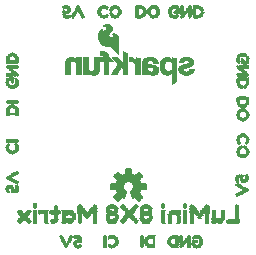
<source format=gbo>
G75*
%MOIN*%
%OFA0B0*%
%FSLAX25Y25*%
%IPPOS*%
%LPD*%
%AMOC8*
5,1,8,0,0,1.08239X$1,22.5*
%
%ADD10R,0.01575X0.00157*%
%ADD11R,0.00472X0.00157*%
%ADD12R,0.00315X0.00157*%
%ADD13R,0.02205X0.00157*%
%ADD14R,0.00787X0.00157*%
%ADD15R,0.02520X0.00157*%
%ADD16R,0.00945X0.00157*%
%ADD17R,0.01102X0.00157*%
%ADD18R,0.01260X0.00157*%
%ADD19R,0.02362X0.00157*%
%ADD20R,0.01417X0.00157*%
%ADD21R,0.01890X0.00157*%
%ADD22R,0.02677X0.00157*%
%ADD23R,0.02047X0.00157*%
%ADD24R,0.01732X0.00157*%
%ADD25R,0.00630X0.00157*%
%ADD26R,0.00157X0.00157*%
%ADD27R,0.02835X0.00157*%
%ADD28R,0.02992X0.00157*%
%ADD29R,0.03150X0.00157*%
%ADD30R,0.03307X0.00157*%
%ADD31R,0.03465X0.00157*%
%ADD32R,0.03622X0.00157*%
%ADD33R,0.00945X0.00236*%
%ADD34R,0.01181X0.00236*%
%ADD35R,0.00236X0.00236*%
%ADD36R,0.01417X0.00236*%
%ADD37R,0.00709X0.00236*%
%ADD38R,0.00472X0.00236*%
%ADD39R,0.01654X0.00236*%
%ADD40R,0.02362X0.00236*%
%ADD41R,0.02835X0.00236*%
%ADD42R,0.01890X0.00236*%
%ADD43R,0.03071X0.00236*%
%ADD44R,0.03307X0.00236*%
%ADD45R,0.03543X0.00236*%
%ADD46R,0.02126X0.00236*%
%ADD47R,0.03780X0.00236*%
%ADD48R,0.04016X0.00236*%
%ADD49R,0.02598X0.00236*%
%ADD50R,0.06614X0.00236*%
%ADD51R,0.04252X0.00236*%
%ADD52R,0.06850X0.00236*%
%ADD53R,0.04488X0.00236*%
%ADD54C,0.00300*%
%ADD55C,0.00591*%
%ADD56R,0.00157X0.01575*%
%ADD57R,0.00157X0.00472*%
%ADD58R,0.00157X0.00315*%
%ADD59R,0.00157X0.02205*%
%ADD60R,0.00157X0.00787*%
%ADD61R,0.00157X0.02520*%
%ADD62R,0.00157X0.00945*%
%ADD63R,0.00157X0.01102*%
%ADD64R,0.00157X0.01260*%
%ADD65R,0.00157X0.02362*%
%ADD66R,0.00157X0.01417*%
%ADD67R,0.00157X0.01890*%
%ADD68R,0.00157X0.02677*%
%ADD69R,0.00157X0.02047*%
%ADD70R,0.00157X0.01732*%
%ADD71R,0.00157X0.00630*%
%ADD72R,0.00157X0.02835*%
%ADD73R,0.00157X0.02992*%
%ADD74R,0.00157X0.03150*%
%ADD75R,0.00157X0.03307*%
%ADD76R,0.00157X0.03465*%
%ADD77R,0.00157X0.03622*%
D10*
X0078911Y0256890D03*
X0082533Y0260197D03*
X0094153Y0256103D03*
X0095256Y0257048D03*
X0113592Y0259095D03*
X0117371Y0256890D03*
X0117371Y0256733D03*
X0119576Y0259252D03*
X0121466Y0257678D03*
X0117734Y0333548D03*
X0115844Y0335122D03*
X0119939Y0335910D03*
X0119939Y0336067D03*
X0123718Y0333705D03*
X0108996Y0335752D03*
X0104587Y0333705D03*
X0095236Y0336697D03*
X0094134Y0335752D03*
X0091457Y0336697D03*
X0090354Y0335752D03*
X0090197Y0333705D03*
X0082699Y0335910D03*
X0079077Y0332603D03*
D11*
X0081203Y0332603D03*
X0092323Y0333863D03*
X0092323Y0335595D03*
X0095158Y0336855D03*
X0107973Y0336855D03*
X0080407Y0260197D03*
D12*
X0077336Y0260197D03*
X0083478Y0257205D03*
X0093208Y0258937D03*
X0104041Y0260197D03*
X0122411Y0255945D03*
X0084274Y0332603D03*
X0078132Y0335595D03*
X0091457Y0336855D03*
X0114899Y0336855D03*
D13*
X0118049Y0334335D03*
X0119624Y0335122D03*
X0122301Y0332760D03*
X0107894Y0336540D03*
X0103169Y0332760D03*
X0095236Y0336540D03*
X0091457Y0336540D03*
X0082699Y0335280D03*
X0078762Y0334335D03*
X0079077Y0332760D03*
X0082533Y0260040D03*
X0082848Y0258465D03*
X0078911Y0257520D03*
X0094153Y0256260D03*
X0107348Y0256103D03*
X0115009Y0260040D03*
X0117686Y0257678D03*
X0119261Y0258465D03*
D14*
X0119812Y0260040D03*
X0119812Y0256103D03*
X0117135Y0256103D03*
X0103962Y0256103D03*
X0094074Y0260197D03*
X0093287Y0259095D03*
X0091870Y0256103D03*
X0083399Y0257678D03*
X0080407Y0260040D03*
X0077258Y0260040D03*
X0081203Y0332760D03*
X0084352Y0332760D03*
X0078211Y0335122D03*
X0091378Y0332603D03*
X0092323Y0333705D03*
X0117498Y0332760D03*
X0117498Y0336697D03*
X0120175Y0336697D03*
D15*
X0122301Y0336540D03*
X0114899Y0332918D03*
X0079077Y0332918D03*
X0079077Y0333075D03*
X0079077Y0333233D03*
X0078919Y0334650D03*
X0078919Y0334807D03*
X0082533Y0259882D03*
X0082533Y0259725D03*
X0082533Y0259567D03*
X0082691Y0258150D03*
X0082691Y0257993D03*
X0107191Y0256260D03*
X0115009Y0256260D03*
X0122411Y0259882D03*
D16*
X0117214Y0259882D03*
X0117214Y0260040D03*
X0117214Y0256260D03*
X0113119Y0257835D03*
X0113119Y0257993D03*
X0113119Y0258307D03*
X0107978Y0258307D03*
X0107978Y0258150D03*
X0107978Y0257993D03*
X0107978Y0257835D03*
X0107978Y0257678D03*
X0107978Y0257520D03*
X0107978Y0257363D03*
X0107978Y0257205D03*
X0107978Y0258465D03*
X0107978Y0258622D03*
X0107978Y0258780D03*
X0107978Y0258937D03*
X0107978Y0259095D03*
X0104041Y0259882D03*
X0104041Y0260040D03*
X0104041Y0256260D03*
X0095728Y0257835D03*
X0095728Y0257993D03*
X0095728Y0258307D03*
X0093366Y0257048D03*
X0091791Y0260040D03*
X0083321Y0259095D03*
X0083478Y0257048D03*
X0079541Y0257678D03*
X0078911Y0256260D03*
X0080486Y0259882D03*
X0081124Y0332918D03*
X0082069Y0335122D03*
X0082699Y0336540D03*
X0078132Y0335752D03*
X0078289Y0333705D03*
X0092244Y0335752D03*
X0093662Y0334965D03*
X0093662Y0334807D03*
X0093662Y0334650D03*
X0093662Y0334493D03*
X0095236Y0332603D03*
X0105059Y0334335D03*
X0107894Y0332603D03*
X0109469Y0334965D03*
X0120096Y0336540D03*
X0120096Y0332918D03*
X0120096Y0332760D03*
X0124191Y0334493D03*
X0124191Y0334807D03*
X0124191Y0334965D03*
D17*
X0124112Y0335122D03*
X0124112Y0335280D03*
X0124269Y0334650D03*
X0124112Y0334335D03*
X0124112Y0334178D03*
X0121592Y0334178D03*
X0121592Y0334335D03*
X0121592Y0334493D03*
X0121592Y0334650D03*
X0121592Y0334807D03*
X0121592Y0334965D03*
X0121592Y0335122D03*
X0121592Y0335280D03*
X0121592Y0335437D03*
X0121592Y0335595D03*
X0121592Y0334020D03*
X0121592Y0333863D03*
X0121592Y0333705D03*
X0120175Y0333705D03*
X0120175Y0333548D03*
X0120175Y0333390D03*
X0120175Y0333233D03*
X0120175Y0333075D03*
X0120175Y0333863D03*
X0120175Y0334020D03*
X0120175Y0334178D03*
X0120175Y0334335D03*
X0120175Y0334493D03*
X0120175Y0334650D03*
X0120175Y0334807D03*
X0118758Y0334650D03*
X0117498Y0334650D03*
X0117498Y0334807D03*
X0117498Y0334965D03*
X0117498Y0335122D03*
X0117498Y0335280D03*
X0117498Y0335437D03*
X0117498Y0335595D03*
X0117498Y0335752D03*
X0117498Y0335910D03*
X0117498Y0336067D03*
X0117498Y0336225D03*
X0117498Y0336382D03*
X0117498Y0336540D03*
X0116080Y0335595D03*
X0116080Y0335437D03*
X0116080Y0335280D03*
X0113561Y0335437D03*
X0113403Y0335122D03*
X0113403Y0334965D03*
X0113403Y0334807D03*
X0113403Y0334650D03*
X0113403Y0334493D03*
X0113403Y0334335D03*
X0113403Y0334178D03*
X0114978Y0332603D03*
X0117498Y0332918D03*
X0109547Y0334493D03*
X0109547Y0334650D03*
X0109547Y0334807D03*
X0109390Y0335122D03*
X0109390Y0335280D03*
X0109390Y0334335D03*
X0109390Y0334178D03*
X0106555Y0334020D03*
X0106398Y0334178D03*
X0106398Y0334335D03*
X0106398Y0334493D03*
X0106398Y0334650D03*
X0106398Y0334807D03*
X0106398Y0334965D03*
X0106398Y0335122D03*
X0106555Y0335437D03*
X0105138Y0334965D03*
X0105138Y0334807D03*
X0105138Y0334650D03*
X0105138Y0334493D03*
X0104980Y0334178D03*
X0104980Y0335122D03*
X0104980Y0335280D03*
X0102461Y0335280D03*
X0102461Y0335437D03*
X0102461Y0335595D03*
X0102461Y0335122D03*
X0102461Y0334965D03*
X0102461Y0334807D03*
X0102461Y0334650D03*
X0102461Y0334493D03*
X0102461Y0334335D03*
X0102461Y0334178D03*
X0102461Y0334020D03*
X0102461Y0333863D03*
X0102461Y0333705D03*
X0096732Y0334178D03*
X0096732Y0334335D03*
X0096732Y0334493D03*
X0096732Y0334650D03*
X0096732Y0334807D03*
X0096732Y0334965D03*
X0096732Y0335122D03*
X0096575Y0335437D03*
X0096575Y0334020D03*
X0093740Y0334178D03*
X0093740Y0334335D03*
X0093740Y0335122D03*
X0093740Y0335280D03*
X0089961Y0335280D03*
X0089961Y0335437D03*
X0089803Y0335122D03*
X0089803Y0334965D03*
X0089803Y0334807D03*
X0089803Y0334650D03*
X0089803Y0334493D03*
X0089803Y0334335D03*
X0089961Y0334020D03*
X0084352Y0333075D03*
X0084352Y0332918D03*
X0084195Y0333390D03*
X0084037Y0333705D03*
X0083880Y0334020D03*
X0083723Y0334335D03*
X0083723Y0334493D03*
X0083565Y0334650D03*
X0083565Y0334807D03*
X0083408Y0334965D03*
X0083408Y0335122D03*
X0081990Y0334965D03*
X0081990Y0334807D03*
X0081833Y0334650D03*
X0081833Y0334493D03*
X0081675Y0334335D03*
X0081675Y0334178D03*
X0081518Y0334020D03*
X0081518Y0333863D03*
X0081360Y0333705D03*
X0081360Y0333548D03*
X0081203Y0333390D03*
X0081203Y0333233D03*
X0079786Y0335280D03*
X0079786Y0335437D03*
X0079786Y0335595D03*
X0078211Y0333863D03*
X0077258Y0259882D03*
X0077258Y0259725D03*
X0077415Y0259410D03*
X0077573Y0259095D03*
X0077730Y0258780D03*
X0077887Y0258465D03*
X0077887Y0258307D03*
X0078045Y0258150D03*
X0078045Y0257993D03*
X0078202Y0257835D03*
X0078202Y0257678D03*
X0079620Y0257835D03*
X0079620Y0257993D03*
X0079777Y0258150D03*
X0079777Y0258307D03*
X0079935Y0258465D03*
X0079935Y0258622D03*
X0080092Y0258780D03*
X0080092Y0258937D03*
X0080250Y0259095D03*
X0080250Y0259252D03*
X0080407Y0259410D03*
X0080407Y0259567D03*
X0081824Y0257520D03*
X0081824Y0257363D03*
X0081824Y0257205D03*
X0083399Y0258937D03*
X0091870Y0258937D03*
X0091870Y0258780D03*
X0091870Y0258622D03*
X0091870Y0258465D03*
X0091870Y0258307D03*
X0091870Y0258150D03*
X0091870Y0257993D03*
X0091870Y0257835D03*
X0091870Y0257678D03*
X0091870Y0257520D03*
X0091870Y0257363D03*
X0091870Y0257205D03*
X0091870Y0257048D03*
X0091870Y0256890D03*
X0091870Y0256733D03*
X0091870Y0256575D03*
X0091870Y0256418D03*
X0091870Y0256260D03*
X0091870Y0259095D03*
X0091870Y0259252D03*
X0091870Y0259410D03*
X0091870Y0259567D03*
X0091870Y0259725D03*
X0091870Y0259882D03*
X0095649Y0258622D03*
X0095649Y0258465D03*
X0095807Y0258150D03*
X0095649Y0257678D03*
X0095649Y0257520D03*
X0103962Y0257520D03*
X0103962Y0257363D03*
X0103962Y0257205D03*
X0103962Y0257048D03*
X0103962Y0256890D03*
X0103962Y0256733D03*
X0103962Y0256575D03*
X0103962Y0256418D03*
X0103962Y0257678D03*
X0103962Y0257835D03*
X0103962Y0257993D03*
X0103962Y0258150D03*
X0103962Y0258307D03*
X0103962Y0258465D03*
X0103962Y0258622D03*
X0103962Y0258780D03*
X0103962Y0258937D03*
X0103962Y0259095D03*
X0103962Y0259252D03*
X0103962Y0259410D03*
X0103962Y0259567D03*
X0103962Y0259725D03*
X0105537Y0258780D03*
X0105380Y0258465D03*
X0105380Y0258307D03*
X0105380Y0258150D03*
X0105380Y0257993D03*
X0105380Y0257835D03*
X0105380Y0257678D03*
X0105537Y0257520D03*
X0113041Y0258150D03*
X0113198Y0258465D03*
X0113198Y0258622D03*
X0113198Y0257678D03*
X0113198Y0257520D03*
X0115718Y0257520D03*
X0115718Y0257363D03*
X0115718Y0257205D03*
X0115718Y0257678D03*
X0115718Y0257835D03*
X0115718Y0257993D03*
X0115718Y0258150D03*
X0115718Y0258307D03*
X0115718Y0258465D03*
X0115718Y0258622D03*
X0115718Y0258780D03*
X0115718Y0258937D03*
X0115718Y0259095D03*
X0117135Y0259095D03*
X0117135Y0259252D03*
X0117135Y0259410D03*
X0117135Y0259567D03*
X0117135Y0259725D03*
X0117135Y0258937D03*
X0117135Y0258780D03*
X0117135Y0258622D03*
X0117135Y0258465D03*
X0117135Y0258307D03*
X0117135Y0258150D03*
X0117135Y0257993D03*
X0118552Y0258150D03*
X0119812Y0258150D03*
X0119812Y0257993D03*
X0119812Y0257835D03*
X0119812Y0257678D03*
X0119812Y0257520D03*
X0119812Y0257363D03*
X0119812Y0257205D03*
X0119812Y0257048D03*
X0119812Y0256890D03*
X0119812Y0256733D03*
X0119812Y0256575D03*
X0119812Y0256418D03*
X0119812Y0256260D03*
X0121230Y0257205D03*
X0121230Y0257363D03*
X0121230Y0257520D03*
X0123749Y0257363D03*
X0123907Y0257678D03*
X0123907Y0257835D03*
X0123907Y0257993D03*
X0123907Y0258150D03*
X0123907Y0258307D03*
X0123907Y0258465D03*
X0123907Y0258622D03*
X0122332Y0260197D03*
X0119812Y0259882D03*
D18*
X0119734Y0259725D03*
X0118474Y0257993D03*
X0117214Y0256418D03*
X0113434Y0257205D03*
X0113277Y0257363D03*
X0113277Y0258780D03*
X0113434Y0258937D03*
X0115167Y0260197D03*
X0121308Y0257048D03*
X0123671Y0257205D03*
X0123828Y0257520D03*
X0123828Y0258780D03*
X0123671Y0258937D03*
X0105616Y0258937D03*
X0105458Y0258622D03*
X0105616Y0257363D03*
X0095571Y0257363D03*
X0095413Y0257205D03*
X0095571Y0258780D03*
X0095413Y0258937D03*
X0081903Y0257678D03*
X0081903Y0257048D03*
X0080486Y0259725D03*
X0077809Y0258622D03*
X0077651Y0258937D03*
X0077494Y0259252D03*
X0077336Y0259567D03*
X0078911Y0256575D03*
X0078911Y0256418D03*
X0081124Y0333075D03*
X0079707Y0335122D03*
X0079707Y0335752D03*
X0082699Y0336225D03*
X0082699Y0336382D03*
X0083801Y0334178D03*
X0083959Y0333863D03*
X0084116Y0333548D03*
X0084274Y0333233D03*
X0089882Y0334178D03*
X0090039Y0333863D03*
X0093819Y0334020D03*
X0093976Y0333863D03*
X0093819Y0335437D03*
X0093976Y0335595D03*
X0096496Y0335595D03*
X0096654Y0335280D03*
X0096496Y0333863D03*
X0103012Y0332603D03*
X0104902Y0334020D03*
X0104902Y0335437D03*
X0104744Y0335595D03*
X0106476Y0335280D03*
X0106634Y0335595D03*
X0106634Y0333863D03*
X0106791Y0333705D03*
X0109311Y0333863D03*
X0109311Y0334020D03*
X0109311Y0335437D03*
X0109154Y0335595D03*
X0113482Y0335280D03*
X0113639Y0335595D03*
X0113482Y0334020D03*
X0113639Y0333863D03*
X0116002Y0335752D03*
X0118836Y0334807D03*
X0120096Y0336382D03*
X0123876Y0335595D03*
X0124033Y0335437D03*
X0124033Y0334020D03*
X0123876Y0333863D03*
X0122143Y0332603D03*
X0117576Y0333075D03*
D19*
X0118128Y0334493D03*
X0119545Y0334965D03*
X0114978Y0336540D03*
X0107973Y0332918D03*
X0095158Y0332918D03*
X0091378Y0332918D03*
X0078998Y0333390D03*
X0078998Y0333548D03*
X0078841Y0334493D03*
X0078841Y0336382D03*
X0082612Y0259410D03*
X0082612Y0259252D03*
X0082769Y0258307D03*
X0082769Y0256418D03*
X0094074Y0259882D03*
X0107269Y0260040D03*
X0117765Y0257835D03*
X0119182Y0258307D03*
X0122332Y0256260D03*
D20*
X0123434Y0257048D03*
X0123592Y0259095D03*
X0119655Y0259410D03*
X0119655Y0259567D03*
X0117293Y0256575D03*
X0107427Y0260197D03*
X0105852Y0259095D03*
X0105695Y0257205D03*
X0095334Y0259095D03*
X0083242Y0258780D03*
X0082769Y0256103D03*
X0078832Y0256733D03*
X0078368Y0334020D03*
X0078841Y0336697D03*
X0082778Y0336067D03*
X0090118Y0335595D03*
X0094055Y0333705D03*
X0096417Y0333705D03*
X0096260Y0335752D03*
X0104823Y0333863D03*
X0106870Y0335752D03*
X0109075Y0333705D03*
X0113718Y0333705D03*
X0113876Y0335752D03*
X0117655Y0333390D03*
X0117655Y0333233D03*
X0120017Y0336225D03*
D21*
X0119781Y0335595D03*
X0117891Y0334020D03*
X0117891Y0333863D03*
X0115687Y0334807D03*
X0115687Y0334965D03*
X0115529Y0334650D03*
X0114899Y0332760D03*
X0095236Y0332760D03*
X0082699Y0335595D03*
X0078604Y0334178D03*
X0122411Y0260040D03*
X0121781Y0258150D03*
X0121623Y0257993D03*
X0121623Y0257835D03*
X0119419Y0258780D03*
X0119419Y0258937D03*
X0117529Y0257205D03*
X0083006Y0258622D03*
X0078911Y0257205D03*
D22*
X0082612Y0256890D03*
X0082769Y0256733D03*
X0082769Y0256575D03*
X0082612Y0257835D03*
X0094074Y0256418D03*
X0107112Y0256418D03*
X0107112Y0259882D03*
X0114930Y0259882D03*
X0122332Y0256418D03*
X0122380Y0332918D03*
X0114978Y0336382D03*
X0107973Y0336382D03*
X0107973Y0333075D03*
X0103248Y0332918D03*
X0103248Y0336540D03*
X0095158Y0336382D03*
X0095158Y0333075D03*
X0091378Y0336382D03*
X0078998Y0335910D03*
X0078841Y0336067D03*
X0078841Y0336225D03*
X0078998Y0334965D03*
D23*
X0078841Y0336540D03*
X0082778Y0335437D03*
X0103091Y0336697D03*
X0117970Y0334178D03*
X0119702Y0335280D03*
X0119702Y0335437D03*
X0122222Y0336697D03*
X0119340Y0258622D03*
X0117608Y0257520D03*
X0117608Y0257363D03*
X0115088Y0256103D03*
X0082769Y0256260D03*
X0078832Y0257363D03*
D24*
X0078832Y0257048D03*
X0094074Y0260040D03*
X0117450Y0257048D03*
X0119497Y0259095D03*
X0121702Y0258465D03*
X0121702Y0258307D03*
X0122332Y0256103D03*
X0117813Y0333705D03*
X0115608Y0334335D03*
X0115608Y0334493D03*
X0114978Y0336697D03*
X0119860Y0335752D03*
X0107973Y0336697D03*
X0107973Y0332760D03*
X0091378Y0332760D03*
X0082778Y0335752D03*
D25*
X0078911Y0256103D03*
X0082691Y0255945D03*
X0093208Y0257205D03*
X0121466Y0259095D03*
X0115844Y0333705D03*
X0082699Y0336697D03*
X0078919Y0336855D03*
D26*
X0063127Y0316595D03*
X0063127Y0313918D03*
X0061867Y0312343D03*
X0063127Y0291860D03*
X0058875Y0289656D03*
X0091870Y0260197D03*
X0094074Y0255945D03*
X0117135Y0260197D03*
X0119812Y0260197D03*
X0121387Y0258937D03*
X0135783Y0313805D03*
X0135783Y0316482D03*
X0137043Y0318057D03*
X0120175Y0332603D03*
X0117498Y0332603D03*
X0115923Y0333863D03*
D27*
X0114899Y0333075D03*
X0122458Y0336382D03*
X0103327Y0336382D03*
X0091457Y0333075D03*
X0094153Y0259725D03*
X0094153Y0256575D03*
X0107033Y0259725D03*
X0114852Y0256418D03*
X0122411Y0259725D03*
D28*
X0122332Y0256575D03*
X0114773Y0256575D03*
X0114773Y0259725D03*
X0106954Y0259567D03*
X0106954Y0256575D03*
X0094232Y0256733D03*
X0094232Y0259567D03*
X0095158Y0333233D03*
X0095158Y0336225D03*
X0091378Y0336225D03*
X0091378Y0333233D03*
X0103406Y0333075D03*
X0103406Y0336225D03*
X0107973Y0336225D03*
X0107973Y0333233D03*
X0114978Y0336225D03*
X0122537Y0336225D03*
X0122537Y0333075D03*
D29*
X0122616Y0333233D03*
X0122616Y0336067D03*
X0114899Y0336067D03*
X0114742Y0333548D03*
X0114742Y0333390D03*
X0114899Y0333233D03*
X0103484Y0333233D03*
X0103484Y0336067D03*
X0091299Y0336067D03*
X0091299Y0333390D03*
X0094311Y0259410D03*
X0094311Y0259252D03*
X0094311Y0256890D03*
X0106876Y0256890D03*
X0106876Y0256733D03*
X0106876Y0259410D03*
X0114694Y0259567D03*
X0114694Y0256733D03*
X0122411Y0256733D03*
X0122568Y0259252D03*
X0122568Y0259410D03*
X0122411Y0259567D03*
D30*
X0114615Y0259410D03*
X0114615Y0259252D03*
X0114615Y0256890D03*
X0106797Y0257048D03*
X0106797Y0259252D03*
X0107973Y0333390D03*
X0107973Y0336067D03*
X0103563Y0335910D03*
X0103563Y0333390D03*
X0095158Y0333390D03*
X0095158Y0336067D03*
X0091221Y0335910D03*
X0091221Y0333548D03*
X0122695Y0333548D03*
X0122695Y0333390D03*
X0122695Y0335910D03*
D31*
X0122773Y0335752D03*
X0114899Y0335910D03*
X0107894Y0335910D03*
X0103642Y0335752D03*
X0103642Y0333548D03*
X0095236Y0333548D03*
X0095236Y0335910D03*
X0114537Y0257048D03*
X0122411Y0256890D03*
D32*
X0107973Y0333548D03*
D33*
X0111149Y0270707D03*
X0118472Y0270707D03*
X0105480Y0264093D03*
X0101936Y0264329D03*
X0097684Y0264329D03*
X0097684Y0270471D03*
X0085873Y0265983D03*
X0083275Y0264329D03*
X0066267Y0264329D03*
X0063432Y0264329D03*
X0063432Y0268581D03*
X0066267Y0268581D03*
D34*
X0068275Y0268581D03*
X0070401Y0268581D03*
X0072291Y0268581D03*
X0072291Y0264329D03*
X0068275Y0264329D03*
X0068275Y0270707D03*
X0078196Y0268581D03*
X0080086Y0268581D03*
X0078196Y0264329D03*
X0088590Y0264329D03*
X0102054Y0270235D03*
X0111267Y0268581D03*
X0111267Y0264329D03*
X0113393Y0264329D03*
X0116228Y0264329D03*
X0118590Y0264329D03*
X0120716Y0264329D03*
X0123314Y0265983D03*
X0125913Y0264329D03*
X0128039Y0264329D03*
X0129928Y0264329D03*
X0131110Y0268581D03*
X0128039Y0268581D03*
X0135834Y0270235D03*
X0118590Y0268581D03*
X0116228Y0268581D03*
D35*
X0120716Y0270471D03*
X0125913Y0270471D03*
X0135834Y0270471D03*
X0088590Y0270471D03*
X0070165Y0267164D03*
D36*
X0072173Y0266928D03*
X0072173Y0266691D03*
X0072173Y0266455D03*
X0072173Y0266219D03*
X0072173Y0265983D03*
X0072173Y0265746D03*
X0072173Y0265510D03*
X0072173Y0265274D03*
X0072173Y0265038D03*
X0072173Y0264802D03*
X0072173Y0264565D03*
X0074535Y0264329D03*
X0075480Y0265983D03*
X0075480Y0266219D03*
X0075480Y0266455D03*
X0075480Y0266691D03*
X0075480Y0266928D03*
X0075480Y0268817D03*
X0075480Y0269054D03*
X0075480Y0269290D03*
X0075480Y0269526D03*
X0075480Y0269762D03*
X0075480Y0269998D03*
X0068393Y0269526D03*
X0066267Y0268345D03*
X0063432Y0268345D03*
X0063432Y0264565D03*
X0066267Y0264565D03*
X0079968Y0264329D03*
X0083275Y0264565D03*
X0083275Y0264802D03*
X0083275Y0265038D03*
X0083275Y0265274D03*
X0083275Y0265510D03*
X0083275Y0265746D03*
X0083275Y0265983D03*
X0083275Y0266219D03*
X0083275Y0266455D03*
X0083275Y0266691D03*
X0083275Y0266928D03*
X0083275Y0267164D03*
X0083275Y0267400D03*
X0083275Y0270235D03*
X0085873Y0266219D03*
X0088472Y0266219D03*
X0088472Y0266455D03*
X0088472Y0266691D03*
X0088472Y0266928D03*
X0088472Y0267164D03*
X0088472Y0267400D03*
X0088472Y0265983D03*
X0088472Y0265746D03*
X0088472Y0265510D03*
X0088472Y0265274D03*
X0088472Y0265038D03*
X0088472Y0264802D03*
X0088472Y0264565D03*
X0088472Y0270235D03*
X0094141Y0270471D03*
X0097684Y0270235D03*
X0097684Y0264565D03*
X0101936Y0264565D03*
X0105480Y0270471D03*
X0111149Y0270471D03*
X0111149Y0270235D03*
X0111149Y0269998D03*
X0111149Y0269762D03*
X0111149Y0269526D03*
X0111149Y0268345D03*
X0111149Y0268109D03*
X0111149Y0267872D03*
X0111149Y0267636D03*
X0111149Y0267400D03*
X0111149Y0267164D03*
X0111149Y0266928D03*
X0111149Y0266691D03*
X0111149Y0266455D03*
X0111149Y0266219D03*
X0111149Y0265983D03*
X0111149Y0265746D03*
X0111149Y0265510D03*
X0111149Y0265274D03*
X0111149Y0265038D03*
X0111149Y0264802D03*
X0111149Y0264565D03*
X0113275Y0264565D03*
X0116346Y0264565D03*
X0116346Y0264802D03*
X0116346Y0265038D03*
X0116346Y0265274D03*
X0116346Y0265510D03*
X0116346Y0265746D03*
X0116346Y0265983D03*
X0116346Y0266219D03*
X0116346Y0266455D03*
X0118472Y0266455D03*
X0118472Y0266219D03*
X0118472Y0265983D03*
X0118472Y0265746D03*
X0118472Y0265510D03*
X0118472Y0265274D03*
X0118472Y0265038D03*
X0118472Y0264802D03*
X0118472Y0264565D03*
X0120598Y0264565D03*
X0118472Y0266691D03*
X0118472Y0266928D03*
X0118472Y0267164D03*
X0118472Y0267400D03*
X0118472Y0267636D03*
X0118472Y0267872D03*
X0118472Y0268109D03*
X0118472Y0268345D03*
X0118472Y0269526D03*
X0118472Y0269762D03*
X0118472Y0269998D03*
X0118472Y0270235D03*
X0118472Y0270471D03*
X0120598Y0270235D03*
X0123196Y0266219D03*
X0125795Y0270235D03*
X0130991Y0268345D03*
X0130991Y0268109D03*
X0130991Y0267872D03*
X0130991Y0267636D03*
X0130991Y0267400D03*
X0130991Y0267164D03*
X0130991Y0266928D03*
X0130991Y0266691D03*
X0130991Y0266455D03*
X0130991Y0266219D03*
X0114456Y0268581D03*
D37*
X0102054Y0270471D03*
X0094259Y0264093D03*
X0068275Y0269290D03*
D38*
X0075480Y0270235D03*
X0083275Y0270471D03*
X0111149Y0269290D03*
X0118472Y0269290D03*
D39*
X0120716Y0269998D03*
X0120716Y0267400D03*
X0120716Y0267164D03*
X0120716Y0266928D03*
X0120716Y0266691D03*
X0120716Y0266455D03*
X0120716Y0266219D03*
X0120716Y0265983D03*
X0120716Y0265746D03*
X0120716Y0265510D03*
X0120716Y0265274D03*
X0120716Y0265038D03*
X0120716Y0264802D03*
X0123314Y0266455D03*
X0125913Y0266455D03*
X0125913Y0266219D03*
X0125913Y0265983D03*
X0125913Y0265746D03*
X0125913Y0265510D03*
X0125913Y0265274D03*
X0125913Y0265038D03*
X0125913Y0264802D03*
X0125913Y0264565D03*
X0125913Y0266691D03*
X0125913Y0266928D03*
X0125913Y0267164D03*
X0125913Y0267400D03*
X0128039Y0267400D03*
X0128039Y0267164D03*
X0128039Y0266928D03*
X0128039Y0266691D03*
X0128039Y0266455D03*
X0128039Y0266219D03*
X0128039Y0265983D03*
X0128039Y0267636D03*
X0128039Y0267872D03*
X0128039Y0268109D03*
X0128039Y0268345D03*
X0125913Y0269998D03*
X0130873Y0265983D03*
X0135834Y0265983D03*
X0135834Y0266219D03*
X0135834Y0266455D03*
X0135834Y0266691D03*
X0135834Y0266928D03*
X0135834Y0267164D03*
X0135834Y0267400D03*
X0135834Y0267636D03*
X0135834Y0267872D03*
X0135834Y0268109D03*
X0135834Y0268345D03*
X0135834Y0268581D03*
X0135834Y0268817D03*
X0135834Y0269054D03*
X0135834Y0269290D03*
X0135834Y0269526D03*
X0135834Y0269762D03*
X0135834Y0269998D03*
X0135834Y0265746D03*
X0116228Y0266691D03*
X0116228Y0266928D03*
X0113393Y0266928D03*
X0113393Y0266691D03*
X0113393Y0266455D03*
X0113393Y0266219D03*
X0113393Y0265983D03*
X0113393Y0265746D03*
X0113393Y0265510D03*
X0113393Y0265274D03*
X0113393Y0265038D03*
X0113393Y0264802D03*
X0107015Y0265983D03*
X0107015Y0266219D03*
X0107015Y0266455D03*
X0106779Y0266691D03*
X0106779Y0268345D03*
X0106779Y0268581D03*
X0106779Y0268817D03*
X0104180Y0268817D03*
X0104180Y0268581D03*
X0104180Y0268345D03*
X0104180Y0266691D03*
X0103944Y0266455D03*
X0103944Y0266219D03*
X0103944Y0265983D03*
X0102054Y0264802D03*
X0102054Y0269998D03*
X0095440Y0268817D03*
X0095440Y0268581D03*
X0095440Y0268345D03*
X0095676Y0266455D03*
X0095676Y0266219D03*
X0095676Y0265983D03*
X0092842Y0265746D03*
X0092606Y0265983D03*
X0092606Y0266219D03*
X0092842Y0266455D03*
X0092842Y0266691D03*
X0092842Y0268581D03*
X0092842Y0268817D03*
X0088354Y0269762D03*
X0088354Y0269998D03*
X0083393Y0269998D03*
X0081267Y0266691D03*
X0081267Y0266455D03*
X0081267Y0266219D03*
X0078196Y0266219D03*
X0078196Y0266455D03*
X0078196Y0266691D03*
X0075362Y0265746D03*
X0072054Y0267164D03*
X0068275Y0267164D03*
X0068275Y0267400D03*
X0068275Y0267636D03*
X0068275Y0267872D03*
X0068275Y0268109D03*
X0068275Y0268345D03*
X0068275Y0269762D03*
X0068275Y0269998D03*
X0068275Y0270235D03*
X0068275Y0270471D03*
X0068275Y0266928D03*
X0068275Y0266691D03*
X0068275Y0266455D03*
X0068275Y0266219D03*
X0068275Y0265983D03*
X0068275Y0265746D03*
X0068275Y0265510D03*
X0068275Y0265274D03*
X0068275Y0265038D03*
X0068275Y0264802D03*
X0068275Y0264565D03*
D40*
X0064850Y0266455D03*
X0074771Y0264802D03*
X0075007Y0265510D03*
X0083747Y0269054D03*
X0085873Y0266928D03*
X0085873Y0266691D03*
X0087999Y0269054D03*
X0094141Y0270235D03*
X0094141Y0264329D03*
X0099810Y0267164D03*
X0099810Y0267400D03*
X0105480Y0270235D03*
X0105480Y0264329D03*
X0121070Y0269054D03*
X0125558Y0269054D03*
X0125558Y0269290D03*
D41*
X0125322Y0268581D03*
X0123196Y0267164D03*
X0121306Y0268345D03*
X0121306Y0268581D03*
X0105480Y0269998D03*
X0105480Y0264565D03*
X0099810Y0266928D03*
X0087763Y0268345D03*
X0085873Y0267164D03*
X0083984Y0268345D03*
X0075243Y0267164D03*
X0064850Y0266691D03*
X0064850Y0266219D03*
D42*
X0066267Y0264802D03*
X0063432Y0264802D03*
X0063432Y0268109D03*
X0066267Y0268109D03*
X0078314Y0266928D03*
X0078314Y0265983D03*
X0081149Y0265983D03*
X0081149Y0266928D03*
X0083511Y0269526D03*
X0083511Y0269762D03*
X0085873Y0266455D03*
X0088236Y0269526D03*
X0092960Y0269054D03*
X0092960Y0268345D03*
X0095322Y0269054D03*
X0095558Y0266691D03*
X0095558Y0265746D03*
X0097684Y0264802D03*
X0101936Y0265038D03*
X0104062Y0265746D03*
X0106897Y0265746D03*
X0106661Y0269054D03*
X0104299Y0269054D03*
X0101936Y0269762D03*
X0100991Y0268581D03*
X0097684Y0269762D03*
X0097684Y0269998D03*
X0120834Y0269762D03*
X0125795Y0269762D03*
D43*
X0125204Y0268345D03*
X0125204Y0268109D03*
X0123314Y0267400D03*
X0121424Y0268109D03*
X0099928Y0267872D03*
X0094259Y0269998D03*
X0094259Y0264565D03*
X0087645Y0268109D03*
X0084102Y0268109D03*
D44*
X0085873Y0267400D03*
X0094141Y0267636D03*
X0099810Y0266691D03*
X0105480Y0267636D03*
X0105480Y0269762D03*
X0105480Y0264802D03*
X0121543Y0267872D03*
X0125086Y0267872D03*
X0075243Y0267400D03*
X0075243Y0268581D03*
X0071228Y0268345D03*
X0071228Y0268109D03*
X0071228Y0267872D03*
X0071228Y0267636D03*
X0071228Y0267400D03*
X0064850Y0266928D03*
X0064850Y0265983D03*
D45*
X0075125Y0268345D03*
X0094259Y0267400D03*
X0094259Y0269762D03*
X0094259Y0264802D03*
X0099928Y0268109D03*
X0115283Y0268345D03*
D46*
X0120952Y0269290D03*
X0120952Y0269526D03*
X0123314Y0266691D03*
X0125676Y0269526D03*
X0101818Y0269526D03*
X0101582Y0269290D03*
X0101346Y0269054D03*
X0101110Y0268817D03*
X0098747Y0268581D03*
X0098511Y0268817D03*
X0098275Y0269054D03*
X0098039Y0269290D03*
X0097802Y0269526D03*
X0098511Y0265983D03*
X0098275Y0265746D03*
X0098039Y0265510D03*
X0098039Y0265274D03*
X0097802Y0265038D03*
X0101110Y0265983D03*
X0101346Y0265746D03*
X0101582Y0265510D03*
X0101818Y0265274D03*
X0088117Y0269290D03*
X0083629Y0269290D03*
X0074653Y0264565D03*
X0066149Y0265038D03*
X0063550Y0265038D03*
X0063550Y0267872D03*
X0066149Y0267872D03*
D47*
X0064850Y0267164D03*
X0064850Y0265746D03*
X0075243Y0267636D03*
X0075243Y0267872D03*
X0075243Y0268109D03*
X0079259Y0268345D03*
X0079259Y0264565D03*
X0094141Y0267872D03*
X0094141Y0269526D03*
X0099810Y0268345D03*
X0099810Y0266455D03*
X0105480Y0267164D03*
X0105480Y0267400D03*
X0105480Y0267872D03*
X0105480Y0268109D03*
X0105480Y0269526D03*
X0105480Y0265038D03*
X0115165Y0268109D03*
X0129102Y0264565D03*
D48*
X0129220Y0264802D03*
X0134653Y0265510D03*
X0115047Y0267872D03*
X0105598Y0269290D03*
X0094259Y0269290D03*
X0094259Y0268109D03*
X0094259Y0267164D03*
X0094259Y0265038D03*
X0079377Y0264802D03*
X0079377Y0268109D03*
D49*
X0083865Y0268581D03*
X0083865Y0268817D03*
X0087881Y0268817D03*
X0087881Y0268581D03*
X0099928Y0267636D03*
X0121188Y0268817D03*
X0123314Y0266928D03*
X0125440Y0268817D03*
X0074889Y0265274D03*
X0074889Y0265038D03*
D50*
X0085873Y0267636D03*
X0085873Y0267872D03*
D51*
X0079495Y0267872D03*
X0079495Y0267636D03*
X0079495Y0265274D03*
X0079495Y0265038D03*
X0064850Y0265274D03*
X0064850Y0265510D03*
X0064850Y0267400D03*
X0064850Y0267636D03*
X0094141Y0266928D03*
X0094141Y0265510D03*
X0094141Y0265274D03*
X0099810Y0266219D03*
X0105480Y0266928D03*
X0105480Y0265510D03*
X0105480Y0265274D03*
X0114928Y0267400D03*
X0114928Y0267636D03*
X0129338Y0265274D03*
X0129338Y0265038D03*
X0134299Y0264329D03*
D52*
X0123314Y0267636D03*
D53*
X0129456Y0265746D03*
X0129456Y0265510D03*
X0134417Y0265274D03*
X0134417Y0265038D03*
X0134417Y0264802D03*
X0134417Y0264565D03*
X0114810Y0267164D03*
X0079613Y0267164D03*
X0079613Y0267400D03*
X0079613Y0265746D03*
X0079613Y0265510D03*
D54*
X0114064Y0310794D02*
X0114419Y0311148D01*
X0115009Y0311620D01*
X0115363Y0311975D01*
X0115560Y0312132D01*
X0115560Y0319416D01*
X0115403Y0319455D01*
X0115206Y0319494D01*
X0115009Y0319494D01*
X0114852Y0319534D01*
X0114655Y0319573D01*
X0114497Y0319613D01*
X0114104Y0319691D01*
X0114104Y0318983D01*
X0113946Y0319180D01*
X0113789Y0319337D01*
X0113592Y0319494D01*
X0113198Y0319731D01*
X0112726Y0319809D01*
X0112450Y0319809D01*
X0111860Y0319770D01*
X0111308Y0319573D01*
X0110875Y0319298D01*
X0110521Y0318904D01*
X0110245Y0318471D01*
X0110088Y0317959D01*
X0109970Y0317408D01*
X0109930Y0316817D01*
X0111466Y0316857D01*
X0111466Y0317211D01*
X0111505Y0317526D01*
X0111623Y0317841D01*
X0111741Y0318117D01*
X0111938Y0318353D01*
X0112174Y0318510D01*
X0112450Y0318628D01*
X0112804Y0318668D01*
X0113119Y0318628D01*
X0113434Y0318510D01*
X0113631Y0318353D01*
X0113828Y0318117D01*
X0113946Y0317841D01*
X0114064Y0317526D01*
X0114104Y0317211D01*
X0114104Y0316542D01*
X0113946Y0315912D01*
X0113828Y0315636D01*
X0113631Y0315439D01*
X0113395Y0315243D01*
X0113119Y0315164D01*
X0112765Y0315124D01*
X0112450Y0315164D01*
X0112135Y0315243D01*
X0111899Y0315439D01*
X0111741Y0315636D01*
X0111623Y0315912D01*
X0110285Y0315282D01*
X0110521Y0314849D01*
X0110875Y0314494D01*
X0111308Y0314180D01*
X0111781Y0314022D01*
X0112371Y0313943D01*
X0113080Y0314061D01*
X0113316Y0314180D01*
X0113710Y0314416D01*
X0114025Y0314809D01*
X0114064Y0314809D01*
X0114064Y0310794D01*
X0114064Y0310878D02*
X0114149Y0310878D01*
X0114064Y0311177D02*
X0114455Y0311177D01*
X0114828Y0311475D02*
X0114064Y0311475D01*
X0114064Y0311774D02*
X0115163Y0311774D01*
X0115486Y0312072D02*
X0114064Y0312072D01*
X0114064Y0312371D02*
X0115560Y0312371D01*
X0115560Y0312670D02*
X0114064Y0312670D01*
X0114064Y0312968D02*
X0115560Y0312968D01*
X0115560Y0313267D02*
X0114064Y0313267D01*
X0114064Y0313565D02*
X0115560Y0313565D01*
X0115560Y0313864D02*
X0114064Y0313864D01*
X0114064Y0314162D02*
X0115560Y0314162D01*
X0115560Y0314461D02*
X0114064Y0314461D01*
X0114064Y0314759D02*
X0115560Y0314759D01*
X0115560Y0315058D02*
X0110407Y0315058D01*
X0110285Y0315282D02*
X0111623Y0315912D01*
X0111505Y0316227D01*
X0111466Y0316542D01*
X0111466Y0316857D01*
X0109930Y0316817D01*
X0109970Y0316266D01*
X0110088Y0315754D01*
X0110285Y0315282D01*
X0110254Y0315356D02*
X0110442Y0315356D01*
X0111999Y0315356D01*
X0111734Y0315655D02*
X0111077Y0315655D01*
X0110129Y0315655D01*
X0110042Y0315953D02*
X0111608Y0315953D01*
X0111502Y0316252D02*
X0109973Y0316252D01*
X0109949Y0316550D02*
X0111466Y0316550D01*
X0111466Y0316849D02*
X0111153Y0316849D01*
X0109932Y0316849D01*
X0109952Y0317147D02*
X0111466Y0317147D01*
X0111495Y0317446D02*
X0109978Y0317446D01*
X0110042Y0317744D02*
X0111587Y0317744D01*
X0111710Y0318043D02*
X0110114Y0318043D01*
X0110205Y0318341D02*
X0111929Y0318341D01*
X0112553Y0318640D02*
X0110353Y0318640D01*
X0110552Y0318938D02*
X0115560Y0318938D01*
X0115560Y0318640D02*
X0113028Y0318640D01*
X0113641Y0318341D02*
X0115560Y0318341D01*
X0115560Y0318043D02*
X0113860Y0318043D01*
X0113982Y0317744D02*
X0115560Y0317744D01*
X0115560Y0317446D02*
X0114074Y0317446D01*
X0114104Y0317147D02*
X0115560Y0317147D01*
X0115560Y0316849D02*
X0114104Y0316849D01*
X0114104Y0316550D02*
X0115560Y0316550D01*
X0115560Y0316252D02*
X0114031Y0316252D01*
X0113956Y0315953D02*
X0115560Y0315953D01*
X0115560Y0315655D02*
X0113836Y0315655D01*
X0113531Y0315356D02*
X0115560Y0315356D01*
X0116269Y0315400D02*
X0116426Y0314967D01*
X0116663Y0314652D01*
X0116978Y0314376D01*
X0117371Y0314180D01*
X0117804Y0314061D01*
X0118277Y0313983D01*
X0118749Y0313943D01*
X0119222Y0313983D01*
X0119694Y0314061D01*
X0120127Y0314180D01*
X0120521Y0314376D01*
X0120836Y0314652D01*
X0121112Y0315006D01*
X0121269Y0315400D01*
X0121348Y0315912D01*
X0119891Y0315912D01*
X0119891Y0315676D01*
X0119812Y0315479D01*
X0119694Y0315321D01*
X0119379Y0315085D01*
X0119143Y0315046D01*
X0118946Y0315006D01*
X0118710Y0314967D01*
X0118552Y0315006D01*
X0118395Y0315006D01*
X0118237Y0315046D01*
X0118080Y0315124D01*
X0117923Y0315243D01*
X0117804Y0315361D01*
X0117726Y0315676D01*
X0117765Y0315833D01*
X0117844Y0315991D01*
X0118001Y0316109D01*
X0118198Y0316227D01*
X0118434Y0316306D01*
X0119064Y0316463D01*
X0119458Y0316542D01*
X0119812Y0316620D01*
X0120127Y0316739D01*
X0120403Y0316857D01*
X0120678Y0317014D01*
X0120915Y0317172D01*
X0121072Y0317408D01*
X0121190Y0317683D01*
X0121230Y0318038D01*
X0121190Y0318510D01*
X0121033Y0318904D01*
X0120757Y0319219D01*
X0120482Y0319455D01*
X0120088Y0319652D01*
X0119694Y0319731D01*
X0119261Y0319809D01*
X0118356Y0319809D01*
X0117923Y0319731D01*
X0117529Y0319613D01*
X0117174Y0319455D01*
X0116860Y0319219D01*
X0116623Y0318904D01*
X0116426Y0318510D01*
X0116348Y0318038D01*
X0117804Y0318038D01*
X0117844Y0318235D01*
X0117923Y0318431D01*
X0118001Y0318550D01*
X0118119Y0318628D01*
X0118277Y0318707D01*
X0118474Y0318786D01*
X0119143Y0318786D01*
X0119261Y0318746D01*
X0119419Y0318707D01*
X0119537Y0318668D01*
X0119694Y0318431D01*
X0119694Y0318274D01*
X0119655Y0318117D01*
X0119537Y0317959D01*
X0119379Y0317841D01*
X0119143Y0317723D01*
X0118907Y0317644D01*
X0118592Y0317605D01*
X0117647Y0317369D01*
X0117293Y0317290D01*
X0116741Y0316975D01*
X0116505Y0316778D01*
X0116348Y0316542D01*
X0116230Y0316266D01*
X0116190Y0315912D01*
X0116269Y0315400D01*
X0116285Y0315356D02*
X0117809Y0315356D01*
X0117731Y0315655D02*
X0116230Y0315655D01*
X0116195Y0315953D02*
X0117825Y0315953D01*
X0118273Y0316252D02*
X0116228Y0316252D01*
X0116353Y0316550D02*
X0119496Y0316550D01*
X0120384Y0316849D02*
X0116590Y0316849D01*
X0117043Y0317147D02*
X0120878Y0317147D01*
X0121088Y0317446D02*
X0117956Y0317446D01*
X0117805Y0318043D02*
X0116349Y0318043D01*
X0116398Y0318341D02*
X0117886Y0318341D01*
X0118142Y0318640D02*
X0116491Y0318640D01*
X0116649Y0318938D02*
X0121003Y0318938D01*
X0121138Y0318640D02*
X0119555Y0318640D01*
X0119694Y0318341D02*
X0121204Y0318341D01*
X0121229Y0318043D02*
X0119599Y0318043D01*
X0119186Y0317744D02*
X0121197Y0317744D01*
X0120736Y0319237D02*
X0116883Y0319237D01*
X0117355Y0319535D02*
X0120321Y0319535D01*
X0119883Y0315655D02*
X0121308Y0315655D01*
X0121251Y0315356D02*
X0119720Y0315356D01*
X0119215Y0315058D02*
X0121132Y0315058D01*
X0120919Y0314759D02*
X0116582Y0314759D01*
X0116393Y0315058D02*
X0118214Y0315058D01*
X0117435Y0314162D02*
X0120063Y0314162D01*
X0120617Y0314461D02*
X0116881Y0314461D01*
X0113985Y0314759D02*
X0110611Y0314759D01*
X0110922Y0314461D02*
X0113746Y0314461D01*
X0113281Y0314162D02*
X0111361Y0314162D01*
X0109340Y0314849D02*
X0109379Y0315046D01*
X0109458Y0315203D01*
X0109458Y0315400D01*
X0109497Y0315597D01*
X0109419Y0316030D01*
X0109300Y0316384D01*
X0109143Y0316660D01*
X0108867Y0316896D01*
X0108592Y0317054D01*
X0108277Y0317172D01*
X0107962Y0317250D01*
X0107608Y0317290D01*
X0107293Y0316463D01*
X0107411Y0316424D01*
X0107489Y0316384D01*
X0107529Y0316345D01*
X0107686Y0316266D01*
X0107726Y0316227D01*
X0107804Y0316187D01*
X0107923Y0315951D01*
X0107923Y0315872D01*
X0107962Y0315794D01*
X0107962Y0315597D01*
X0107923Y0315479D01*
X0107923Y0315400D01*
X0107883Y0315321D01*
X0107844Y0315282D01*
X0107804Y0315203D01*
X0107726Y0315164D01*
X0107686Y0315124D01*
X0107529Y0315046D01*
X0107450Y0315046D01*
X0107371Y0315006D01*
X0107293Y0315006D01*
X0107214Y0314967D01*
X0107017Y0314967D01*
X0106820Y0315006D01*
X0106623Y0315006D01*
X0106466Y0315085D01*
X0106308Y0315124D01*
X0106190Y0315203D01*
X0106112Y0315282D01*
X0106033Y0315400D01*
X0105954Y0315479D01*
X0105875Y0315715D01*
X0105836Y0315794D01*
X0105797Y0315912D01*
X0105797Y0316817D01*
X0105875Y0316739D01*
X0105954Y0316739D01*
X0106112Y0316660D01*
X0106190Y0316660D01*
X0106269Y0316620D01*
X0106426Y0316620D01*
X0106623Y0317408D01*
X0106348Y0317487D01*
X0106112Y0317565D01*
X0105915Y0317683D01*
X0105797Y0317841D01*
X0105797Y0318274D01*
X0105915Y0318510D01*
X0105954Y0318550D01*
X0105993Y0318628D01*
X0106230Y0318746D01*
X0106308Y0318746D01*
X0106387Y0318786D01*
X0107096Y0318786D01*
X0107489Y0318589D01*
X0107647Y0318431D01*
X0107686Y0318353D01*
X0107726Y0318235D01*
X0107765Y0318156D01*
X0107765Y0317959D01*
X0109300Y0317959D01*
X0109222Y0318431D01*
X0109143Y0318668D01*
X0109025Y0318825D01*
X0108907Y0319022D01*
X0108789Y0319180D01*
X0108631Y0319298D01*
X0108237Y0319534D01*
X0108041Y0319613D01*
X0107844Y0319652D01*
X0107608Y0319731D01*
X0107371Y0319770D01*
X0107174Y0319809D01*
X0106269Y0319809D01*
X0106072Y0319770D01*
X0105836Y0319770D01*
X0105639Y0319731D01*
X0105442Y0319652D01*
X0105245Y0319613D01*
X0105049Y0319534D01*
X0104576Y0319180D01*
X0104458Y0319022D01*
X0104379Y0318865D01*
X0104300Y0318668D01*
X0104261Y0318471D01*
X0104261Y0315046D01*
X0104222Y0314967D01*
X0104222Y0314613D01*
X0104182Y0314534D01*
X0104182Y0314455D01*
X0104143Y0314376D01*
X0104143Y0314258D01*
X0104104Y0314180D01*
X0104064Y0314140D01*
X0104064Y0314101D01*
X0105600Y0314101D01*
X0105600Y0314140D01*
X0105639Y0314180D01*
X0105639Y0314219D01*
X0105678Y0314258D01*
X0105678Y0314376D01*
X0105718Y0314416D01*
X0105718Y0314652D01*
X0105797Y0314534D01*
X0105915Y0314455D01*
X0105993Y0314376D01*
X0106112Y0314298D01*
X0106230Y0314258D01*
X0106348Y0314180D01*
X0106820Y0314022D01*
X0106938Y0314022D01*
X0107056Y0313983D01*
X0107214Y0313983D01*
X0107332Y0313943D01*
X0107765Y0313943D01*
X0107962Y0313983D01*
X0108159Y0313983D01*
X0108316Y0314022D01*
X0108513Y0314101D01*
X0108671Y0314180D01*
X0108789Y0314258D01*
X0108946Y0314337D01*
X0109064Y0314455D01*
X0109143Y0314573D01*
X0109261Y0314731D01*
X0109340Y0314849D01*
X0109280Y0314759D02*
X0104222Y0314759D01*
X0104182Y0314461D02*
X0105718Y0314461D01*
X0105906Y0314461D02*
X0109068Y0314461D01*
X0108636Y0314162D02*
X0106400Y0314162D01*
X0105622Y0314162D02*
X0104086Y0314162D01*
X0103395Y0314162D02*
X0101860Y0314162D01*
X0101860Y0314101D02*
X0103395Y0314101D01*
X0103395Y0319416D01*
X0103198Y0319455D01*
X0103041Y0319494D01*
X0102844Y0319494D01*
X0102647Y0319534D01*
X0102489Y0319573D01*
X0102096Y0319652D01*
X0101938Y0319691D01*
X0101938Y0318628D01*
X0101781Y0318904D01*
X0101623Y0319101D01*
X0101426Y0319337D01*
X0101230Y0319494D01*
X0100954Y0319652D01*
X0100718Y0319731D01*
X0100442Y0319809D01*
X0099891Y0319809D01*
X0099852Y0319770D01*
X0099812Y0319770D01*
X0099812Y0318353D01*
X0099852Y0318353D01*
X0099930Y0318392D01*
X0100363Y0318392D01*
X0100757Y0318353D01*
X0101072Y0318274D01*
X0101348Y0318117D01*
X0101545Y0317880D01*
X0101702Y0317605D01*
X0101781Y0317329D01*
X0101860Y0316975D01*
X0101860Y0314101D01*
X0101860Y0314461D02*
X0103395Y0314461D01*
X0103395Y0314759D02*
X0101860Y0314759D01*
X0101860Y0315058D02*
X0103395Y0315058D01*
X0103395Y0315356D02*
X0101860Y0315356D01*
X0101860Y0315655D02*
X0103395Y0315655D01*
X0103395Y0315953D02*
X0101860Y0315953D01*
X0101860Y0316252D02*
X0103395Y0316252D01*
X0103395Y0316550D02*
X0101860Y0316550D01*
X0101860Y0316849D02*
X0103395Y0316849D01*
X0103395Y0317147D02*
X0101821Y0317147D01*
X0101747Y0317446D02*
X0103395Y0317446D01*
X0103395Y0317744D02*
X0101622Y0317744D01*
X0101409Y0318043D02*
X0103395Y0318043D01*
X0103395Y0318341D02*
X0100803Y0318341D01*
X0099812Y0318640D02*
X0101932Y0318640D01*
X0101938Y0318640D02*
X0103395Y0318640D01*
X0103395Y0318938D02*
X0101938Y0318938D01*
X0101753Y0318938D02*
X0099812Y0318938D01*
X0099812Y0319237D02*
X0101510Y0319237D01*
X0101938Y0319237D02*
X0103395Y0319237D01*
X0102641Y0319535D02*
X0101938Y0319535D01*
X0101158Y0319535D02*
X0099812Y0319535D01*
X0099222Y0319535D02*
X0097686Y0319535D01*
X0097686Y0319237D02*
X0099222Y0319237D01*
X0099222Y0318938D02*
X0097686Y0318938D01*
X0097686Y0318640D02*
X0099222Y0318640D01*
X0099222Y0318341D02*
X0097686Y0318341D01*
X0097686Y0318043D02*
X0099222Y0318043D01*
X0099222Y0317744D02*
X0097686Y0317744D01*
X0097628Y0317744D02*
X0095931Y0317744D01*
X0096033Y0317644D02*
X0093710Y0314101D01*
X0095560Y0314101D01*
X0097096Y0316581D01*
X0097686Y0316030D01*
X0097686Y0314101D01*
X0099222Y0314101D01*
X0099222Y0320951D01*
X0097686Y0321778D01*
X0097686Y0317683D01*
X0095757Y0319691D01*
X0093946Y0319691D01*
X0096033Y0317644D01*
X0095903Y0317446D02*
X0099222Y0317446D01*
X0099222Y0317147D02*
X0095707Y0317147D01*
X0095511Y0316849D02*
X0099222Y0316849D01*
X0099222Y0316550D02*
X0097129Y0316550D01*
X0097077Y0316550D02*
X0095316Y0316550D01*
X0095120Y0316252D02*
X0096892Y0316252D01*
X0096707Y0315953D02*
X0094924Y0315953D01*
X0094729Y0315655D02*
X0096522Y0315655D01*
X0096337Y0315356D02*
X0094533Y0315356D01*
X0094337Y0315058D02*
X0096153Y0315058D01*
X0095968Y0314759D02*
X0094141Y0314759D01*
X0093946Y0314461D02*
X0095783Y0314461D01*
X0095598Y0314162D02*
X0093750Y0314162D01*
X0092765Y0314162D02*
X0091269Y0314162D01*
X0091269Y0314101D02*
X0092765Y0314101D01*
X0092765Y0318668D01*
X0094300Y0318668D01*
X0094143Y0318786D01*
X0093513Y0319416D01*
X0093356Y0319534D01*
X0093237Y0319691D01*
X0092765Y0319691D01*
X0092765Y0320479D01*
X0092647Y0320794D01*
X0092529Y0321069D01*
X0092332Y0321306D01*
X0092056Y0321502D01*
X0091741Y0321660D01*
X0091348Y0321778D01*
X0090206Y0321778D01*
X0090127Y0321739D01*
X0090127Y0320636D01*
X0090797Y0320636D01*
X0090954Y0320597D01*
X0091112Y0320518D01*
X0091190Y0320400D01*
X0091230Y0320321D01*
X0091230Y0320164D01*
X0091269Y0320006D01*
X0091269Y0319691D01*
X0090206Y0319691D01*
X0090206Y0318668D01*
X0091269Y0318668D01*
X0091269Y0314101D01*
X0091269Y0314461D02*
X0092765Y0314461D01*
X0092765Y0314759D02*
X0091269Y0314759D01*
X0091269Y0315058D02*
X0092765Y0315058D01*
X0092765Y0315356D02*
X0091269Y0315356D01*
X0091269Y0315655D02*
X0092765Y0315655D01*
X0092765Y0315953D02*
X0091269Y0315953D01*
X0091269Y0316252D02*
X0092765Y0316252D01*
X0092765Y0316550D02*
X0091269Y0316550D01*
X0091269Y0316849D02*
X0092765Y0316849D01*
X0092765Y0317147D02*
X0091269Y0317147D01*
X0091269Y0317446D02*
X0092765Y0317446D01*
X0092765Y0317744D02*
X0091269Y0317744D01*
X0091269Y0318043D02*
X0092765Y0318043D01*
X0092765Y0318341D02*
X0091269Y0318341D01*
X0091269Y0318640D02*
X0092765Y0318640D01*
X0093355Y0319535D02*
X0090206Y0319535D01*
X0090206Y0319237D02*
X0093692Y0319237D01*
X0093991Y0318938D02*
X0090206Y0318938D01*
X0089734Y0318938D02*
X0088237Y0318938D01*
X0088237Y0318640D02*
X0089734Y0318640D01*
X0089734Y0318341D02*
X0088237Y0318341D01*
X0088237Y0318043D02*
X0089734Y0318043D01*
X0089734Y0317744D02*
X0088237Y0317744D01*
X0088237Y0317446D02*
X0089734Y0317446D01*
X0089734Y0317147D02*
X0088237Y0317147D01*
X0088237Y0316849D02*
X0089734Y0316849D01*
X0089734Y0316550D02*
X0088237Y0316550D01*
X0088237Y0316542D02*
X0088159Y0315912D01*
X0088119Y0315676D01*
X0087883Y0315361D01*
X0087686Y0315243D01*
X0087489Y0315203D01*
X0087253Y0315164D01*
X0086938Y0315203D01*
X0086702Y0315243D01*
X0086505Y0315361D01*
X0086348Y0315518D01*
X0086230Y0315754D01*
X0086112Y0316030D01*
X0086072Y0316345D01*
X0086072Y0319691D01*
X0084537Y0319691D01*
X0084537Y0314101D01*
X0085993Y0314101D01*
X0085993Y0314888D01*
X0086033Y0314888D01*
X0086190Y0314652D01*
X0086348Y0314455D01*
X0086545Y0314298D01*
X0086781Y0314180D01*
X0086978Y0314101D01*
X0087214Y0314022D01*
X0087489Y0313983D01*
X0087726Y0313943D01*
X0088277Y0313983D01*
X0088710Y0314140D01*
X0089064Y0314337D01*
X0089340Y0314573D01*
X0089537Y0314928D01*
X0089655Y0315321D01*
X0089734Y0315754D01*
X0089734Y0319691D01*
X0088237Y0319691D01*
X0088237Y0316542D01*
X0088201Y0316252D02*
X0089734Y0316252D01*
X0089734Y0315953D02*
X0088164Y0315953D01*
X0088104Y0315655D02*
X0089715Y0315655D01*
X0089661Y0315356D02*
X0087876Y0315356D01*
X0086513Y0315356D02*
X0084537Y0315356D01*
X0084537Y0315058D02*
X0089576Y0315058D01*
X0089443Y0314759D02*
X0086119Y0314759D01*
X0085993Y0314759D02*
X0084537Y0314759D01*
X0084537Y0314461D02*
X0085993Y0314461D01*
X0085993Y0314162D02*
X0084537Y0314162D01*
X0083710Y0314162D02*
X0082174Y0314162D01*
X0082174Y0314101D02*
X0083710Y0314101D01*
X0083710Y0319691D01*
X0082253Y0319691D01*
X0082253Y0318904D01*
X0082214Y0318904D01*
X0082056Y0319140D01*
X0081899Y0319298D01*
X0081702Y0319455D01*
X0081466Y0319613D01*
X0080993Y0319770D01*
X0080757Y0319809D01*
X0080521Y0319809D01*
X0079970Y0319770D01*
X0079537Y0319652D01*
X0079182Y0319455D01*
X0078907Y0319180D01*
X0078710Y0318865D01*
X0078592Y0318471D01*
X0078513Y0318038D01*
X0078474Y0317526D01*
X0078474Y0314101D01*
X0080009Y0314101D01*
X0080009Y0317250D01*
X0080049Y0317565D01*
X0080088Y0317841D01*
X0080127Y0318077D01*
X0080245Y0318274D01*
X0080363Y0318431D01*
X0080560Y0318550D01*
X0080757Y0318589D01*
X0080993Y0318628D01*
X0081308Y0318589D01*
X0081545Y0318550D01*
X0081741Y0318431D01*
X0081899Y0318235D01*
X0082017Y0318038D01*
X0082135Y0317762D01*
X0082174Y0317408D01*
X0082174Y0314101D01*
X0082174Y0314461D02*
X0083710Y0314461D01*
X0083710Y0314759D02*
X0082174Y0314759D01*
X0082174Y0315058D02*
X0083710Y0315058D01*
X0083710Y0315356D02*
X0082174Y0315356D01*
X0082174Y0315655D02*
X0083710Y0315655D01*
X0083710Y0315953D02*
X0082174Y0315953D01*
X0082174Y0316252D02*
X0083710Y0316252D01*
X0083710Y0316550D02*
X0082174Y0316550D01*
X0082174Y0316849D02*
X0083710Y0316849D01*
X0083710Y0317147D02*
X0082174Y0317147D01*
X0082170Y0317446D02*
X0083710Y0317446D01*
X0083710Y0317744D02*
X0082137Y0317744D01*
X0082014Y0318043D02*
X0083710Y0318043D01*
X0083710Y0318341D02*
X0081814Y0318341D01*
X0082191Y0318938D02*
X0078756Y0318938D01*
X0078642Y0318640D02*
X0083710Y0318640D01*
X0083710Y0318938D02*
X0082253Y0318938D01*
X0082253Y0319237D02*
X0083710Y0319237D01*
X0083710Y0319535D02*
X0082253Y0319535D01*
X0081960Y0319237D02*
X0078964Y0319237D01*
X0079327Y0319535D02*
X0081582Y0319535D01*
X0080296Y0318341D02*
X0078568Y0318341D01*
X0078514Y0318043D02*
X0080122Y0318043D01*
X0080074Y0317744D02*
X0078491Y0317744D01*
X0078474Y0317446D02*
X0080034Y0317446D01*
X0080009Y0317147D02*
X0078474Y0317147D01*
X0078474Y0316849D02*
X0080009Y0316849D01*
X0080009Y0316550D02*
X0078474Y0316550D01*
X0078474Y0316252D02*
X0080009Y0316252D01*
X0080009Y0315953D02*
X0078474Y0315953D01*
X0078474Y0315655D02*
X0080009Y0315655D01*
X0080009Y0315356D02*
X0078474Y0315356D01*
X0078474Y0315058D02*
X0080009Y0315058D01*
X0080009Y0314759D02*
X0078474Y0314759D01*
X0078474Y0314461D02*
X0080009Y0314461D01*
X0080009Y0314162D02*
X0078474Y0314162D01*
X0084537Y0315655D02*
X0086279Y0315655D01*
X0086144Y0315953D02*
X0084537Y0315953D01*
X0084537Y0316252D02*
X0086084Y0316252D01*
X0086072Y0316550D02*
X0084537Y0316550D01*
X0084537Y0316849D02*
X0086072Y0316849D01*
X0086072Y0317147D02*
X0084537Y0317147D01*
X0084537Y0317446D02*
X0086072Y0317446D01*
X0086072Y0317744D02*
X0084537Y0317744D01*
X0084537Y0318043D02*
X0086072Y0318043D01*
X0086072Y0318341D02*
X0084537Y0318341D01*
X0084537Y0318640D02*
X0086072Y0318640D01*
X0086072Y0318938D02*
X0084537Y0318938D01*
X0084537Y0319237D02*
X0086072Y0319237D01*
X0086072Y0319535D02*
X0084537Y0319535D01*
X0088237Y0319535D02*
X0089734Y0319535D01*
X0089734Y0319237D02*
X0088237Y0319237D01*
X0090127Y0320729D02*
X0092671Y0320729D01*
X0092765Y0320431D02*
X0091170Y0320431D01*
X0091237Y0320132D02*
X0092765Y0320132D01*
X0092765Y0319834D02*
X0091269Y0319834D01*
X0090127Y0321028D02*
X0092547Y0321028D01*
X0092303Y0321326D02*
X0090127Y0321326D01*
X0090127Y0321625D02*
X0091811Y0321625D01*
X0092135Y0323471D02*
X0091702Y0323589D01*
X0091308Y0323746D01*
X0090915Y0323983D01*
X0090600Y0324258D01*
X0090285Y0324573D01*
X0090009Y0324928D01*
X0089615Y0325636D01*
X0089419Y0326345D01*
X0089379Y0327054D01*
X0089497Y0327683D01*
X0089694Y0328235D01*
X0089970Y0328707D01*
X0090285Y0329061D01*
X0090600Y0329219D01*
X0090600Y0328904D01*
X0090678Y0328668D01*
X0090797Y0328589D01*
X0090915Y0328550D01*
X0091190Y0328550D01*
X0091505Y0328707D01*
X0091623Y0328786D01*
X0091781Y0328904D01*
X0091899Y0328983D01*
X0092017Y0329101D01*
X0092096Y0329258D01*
X0092174Y0329376D01*
X0092214Y0329534D01*
X0092253Y0329652D01*
X0092214Y0329770D01*
X0092174Y0329849D01*
X0092135Y0329967D01*
X0092056Y0330085D01*
X0091899Y0330203D01*
X0091741Y0330282D01*
X0091545Y0330321D01*
X0091387Y0330361D01*
X0091269Y0330361D01*
X0091151Y0330321D01*
X0091033Y0330321D01*
X0091072Y0330361D01*
X0091230Y0330479D01*
X0091466Y0330597D01*
X0091781Y0330715D01*
X0092135Y0330833D01*
X0092529Y0330833D01*
X0092962Y0330754D01*
X0093395Y0330518D01*
X0093749Y0330203D01*
X0093946Y0329928D01*
X0094064Y0329573D01*
X0094064Y0329258D01*
X0093986Y0328904D01*
X0093789Y0328550D01*
X0093513Y0328235D01*
X0093198Y0327880D01*
X0092923Y0327565D01*
X0092804Y0327290D01*
X0092804Y0327014D01*
X0092883Y0326778D01*
X0093041Y0326581D01*
X0093277Y0326424D01*
X0093592Y0326345D01*
X0093907Y0326345D01*
X0094104Y0326384D01*
X0094300Y0326463D01*
X0094419Y0326542D01*
X0094537Y0326660D01*
X0094615Y0326817D01*
X0094655Y0326935D01*
X0094655Y0327054D01*
X0094615Y0327172D01*
X0094537Y0327290D01*
X0094379Y0327447D01*
X0094261Y0327487D01*
X0094104Y0327565D01*
X0094064Y0327605D01*
X0094143Y0327644D01*
X0094222Y0327644D01*
X0094379Y0327683D01*
X0094694Y0327683D01*
X0094930Y0327644D01*
X0095324Y0327487D01*
X0095482Y0327369D01*
X0095678Y0327250D01*
X0095797Y0327054D01*
X0095915Y0326817D01*
X0095993Y0326581D01*
X0096072Y0325872D01*
X0096072Y0320833D01*
X0096033Y0320833D01*
X0095954Y0320951D01*
X0095836Y0321069D01*
X0095718Y0321227D01*
X0095521Y0321424D01*
X0095324Y0321660D01*
X0095088Y0321896D01*
X0094891Y0322172D01*
X0094379Y0322683D01*
X0094182Y0322920D01*
X0093789Y0323235D01*
X0093592Y0323353D01*
X0093356Y0323392D01*
X0092608Y0323392D01*
X0092135Y0323471D01*
X0092465Y0323416D02*
X0096072Y0323416D01*
X0096072Y0323714D02*
X0091388Y0323714D01*
X0090880Y0324013D02*
X0096072Y0324013D01*
X0096072Y0324311D02*
X0090547Y0324311D01*
X0090256Y0324610D02*
X0096072Y0324610D01*
X0096072Y0324908D02*
X0090024Y0324908D01*
X0089854Y0325207D02*
X0096072Y0325207D01*
X0096072Y0325505D02*
X0089688Y0325505D01*
X0089569Y0325804D02*
X0096072Y0325804D01*
X0096047Y0326103D02*
X0089486Y0326103D01*
X0089415Y0326401D02*
X0093367Y0326401D01*
X0092946Y0326700D02*
X0089399Y0326700D01*
X0089382Y0326998D02*
X0092810Y0326998D01*
X0092807Y0327297D02*
X0089425Y0327297D01*
X0089481Y0327595D02*
X0092949Y0327595D01*
X0093210Y0327894D02*
X0089572Y0327894D01*
X0089679Y0328192D02*
X0093475Y0328192D01*
X0093737Y0328491D02*
X0089843Y0328491D01*
X0090043Y0328789D02*
X0090638Y0328789D01*
X0090600Y0329088D02*
X0090337Y0329088D01*
X0091628Y0328789D02*
X0093922Y0328789D01*
X0094026Y0329088D02*
X0092004Y0329088D01*
X0092177Y0329386D02*
X0094064Y0329386D01*
X0094027Y0329685D02*
X0092242Y0329685D01*
X0092124Y0329983D02*
X0093906Y0329983D01*
X0093661Y0330282D02*
X0091742Y0330282D01*
X0091433Y0330580D02*
X0093281Y0330580D01*
X0094074Y0327595D02*
X0095053Y0327595D01*
X0094530Y0327297D02*
X0095601Y0327297D01*
X0095824Y0326998D02*
X0094655Y0326998D01*
X0094557Y0326700D02*
X0095954Y0326700D01*
X0096013Y0326401D02*
X0094146Y0326401D01*
X0093935Y0323117D02*
X0096072Y0323117D01*
X0096072Y0322819D02*
X0094266Y0322819D01*
X0094542Y0322520D02*
X0096072Y0322520D01*
X0096072Y0322222D02*
X0094841Y0322222D01*
X0095068Y0321923D02*
X0096072Y0321923D01*
X0096072Y0321625D02*
X0095353Y0321625D01*
X0095618Y0321326D02*
X0096072Y0321326D01*
X0096072Y0321028D02*
X0095877Y0321028D01*
X0095907Y0319535D02*
X0094105Y0319535D01*
X0094409Y0319237D02*
X0096194Y0319237D01*
X0096481Y0318938D02*
X0094714Y0318938D01*
X0095018Y0318640D02*
X0096768Y0318640D01*
X0097054Y0318341D02*
X0095322Y0318341D01*
X0095626Y0318043D02*
X0097341Y0318043D01*
X0097449Y0316252D02*
X0099222Y0316252D01*
X0099222Y0315953D02*
X0097686Y0315953D01*
X0097686Y0315655D02*
X0099222Y0315655D01*
X0099222Y0315356D02*
X0097686Y0315356D01*
X0097686Y0315058D02*
X0099222Y0315058D01*
X0099222Y0314759D02*
X0097686Y0314759D01*
X0097686Y0314461D02*
X0099222Y0314461D01*
X0099222Y0314162D02*
X0097686Y0314162D01*
X0097686Y0319834D02*
X0099222Y0319834D01*
X0099222Y0320132D02*
X0097686Y0320132D01*
X0097686Y0320431D02*
X0099222Y0320431D01*
X0099222Y0320729D02*
X0097686Y0320729D01*
X0097686Y0321028D02*
X0099079Y0321028D01*
X0098525Y0321326D02*
X0097686Y0321326D01*
X0097686Y0321625D02*
X0097971Y0321625D01*
X0104416Y0318938D02*
X0108957Y0318938D01*
X0109152Y0318640D02*
X0107388Y0318640D01*
X0107690Y0318341D02*
X0109237Y0318341D01*
X0109287Y0318043D02*
X0107765Y0318043D01*
X0107608Y0317290D02*
X0107293Y0316463D01*
X0107214Y0316463D01*
X0107135Y0316502D01*
X0106978Y0316502D01*
X0106860Y0316542D01*
X0106702Y0316542D01*
X0106584Y0316581D01*
X0106505Y0316581D01*
X0106426Y0316620D01*
X0106623Y0317408D01*
X0106899Y0317369D01*
X0107608Y0317290D01*
X0107553Y0317147D02*
X0108342Y0317147D01*
X0108923Y0316849D02*
X0107440Y0316849D01*
X0106484Y0316849D01*
X0104261Y0316849D01*
X0104261Y0317147D02*
X0106558Y0317147D01*
X0107553Y0317147D01*
X0107326Y0316550D02*
X0109206Y0316550D01*
X0109345Y0316252D02*
X0107701Y0316252D01*
X0107922Y0315953D02*
X0109433Y0315953D01*
X0109487Y0315655D02*
X0107962Y0315655D01*
X0107901Y0315356D02*
X0109458Y0315356D01*
X0109385Y0315058D02*
X0107553Y0315058D01*
X0106521Y0315058D02*
X0104261Y0315058D01*
X0104261Y0315356D02*
X0106062Y0315356D01*
X0105895Y0315655D02*
X0104261Y0315655D01*
X0104261Y0315953D02*
X0105797Y0315953D01*
X0105797Y0316252D02*
X0104261Y0316252D01*
X0104261Y0316550D02*
X0105797Y0316550D01*
X0106677Y0316550D02*
X0107326Y0316550D01*
X0106491Y0317446D02*
X0104261Y0317446D01*
X0104261Y0317744D02*
X0105869Y0317744D01*
X0105797Y0318043D02*
X0104261Y0318043D01*
X0104261Y0318341D02*
X0105830Y0318341D01*
X0106016Y0318640D02*
X0104295Y0318640D01*
X0104652Y0319237D02*
X0108712Y0319237D01*
X0108234Y0319535D02*
X0105052Y0319535D01*
X0110820Y0319237D02*
X0113889Y0319237D01*
X0114104Y0319237D02*
X0115560Y0319237D01*
X0114845Y0319535D02*
X0114104Y0319535D01*
X0113524Y0319535D02*
X0111249Y0319535D01*
X0089208Y0314461D02*
X0086343Y0314461D01*
X0086824Y0314162D02*
X0088749Y0314162D01*
D55*
X0098860Y0282511D02*
X0100300Y0282511D01*
X0100493Y0280606D01*
X0101134Y0280401D01*
X0101732Y0280093D01*
X0103216Y0281304D01*
X0104234Y0280286D01*
X0103023Y0278802D01*
X0103331Y0278204D01*
X0103536Y0277563D01*
X0105441Y0277370D01*
X0105441Y0275930D01*
X0103536Y0275737D01*
X0103331Y0275096D01*
X0103023Y0274498D01*
X0104234Y0273014D01*
X0103216Y0271996D01*
X0101732Y0273207D01*
X0101134Y0272899D01*
X0100286Y0274945D01*
X0100665Y0275157D01*
X0100984Y0275451D01*
X0101225Y0275812D01*
X0101375Y0276219D01*
X0101426Y0276650D01*
X0101373Y0277089D01*
X0101217Y0277502D01*
X0100968Y0277867D01*
X0100639Y0278161D01*
X0100249Y0278370D01*
X0099821Y0278479D01*
X0099379Y0278484D01*
X0098949Y0278384D01*
X0098555Y0278184D01*
X0098220Y0277896D01*
X0097962Y0277537D01*
X0097798Y0277127D01*
X0097735Y0276690D01*
X0097779Y0276250D01*
X0097925Y0275834D01*
X0098166Y0275464D01*
X0098489Y0275162D01*
X0098874Y0274945D01*
X0098026Y0272899D01*
X0097428Y0273207D01*
X0095944Y0271996D01*
X0094926Y0273014D01*
X0096137Y0274498D01*
X0095829Y0275096D01*
X0095624Y0275737D01*
X0093719Y0275930D01*
X0093719Y0277370D01*
X0095624Y0277563D01*
X0095829Y0278204D01*
X0096137Y0278802D01*
X0094926Y0280286D01*
X0095944Y0281304D01*
X0097428Y0280093D01*
X0098026Y0280401D01*
X0098667Y0280606D01*
X0098860Y0282511D01*
X0098842Y0282333D02*
X0100318Y0282333D01*
X0100378Y0281744D02*
X0098782Y0281744D01*
X0098722Y0281155D02*
X0100438Y0281155D01*
X0100620Y0280566D02*
X0098540Y0280566D01*
X0096849Y0280566D02*
X0095206Y0280566D01*
X0095179Y0279977D02*
X0103981Y0279977D01*
X0103954Y0280566D02*
X0102311Y0280566D01*
X0103033Y0281155D02*
X0103365Y0281155D01*
X0103501Y0279388D02*
X0095659Y0279388D01*
X0096135Y0278798D02*
X0103025Y0278798D01*
X0103328Y0278209D02*
X0100549Y0278209D01*
X0101136Y0277620D02*
X0103518Y0277620D01*
X0105441Y0277031D02*
X0101380Y0277031D01*
X0101401Y0276442D02*
X0105441Y0276442D01*
X0104682Y0275853D02*
X0101240Y0275853D01*
X0100781Y0275264D02*
X0103385Y0275264D01*
X0103114Y0274675D02*
X0100398Y0274675D01*
X0100642Y0274086D02*
X0103360Y0274086D01*
X0103840Y0273497D02*
X0100886Y0273497D01*
X0101130Y0272908D02*
X0101151Y0272908D01*
X0102098Y0272908D02*
X0104127Y0272908D01*
X0103538Y0272319D02*
X0102821Y0272319D01*
X0098518Y0274086D02*
X0095800Y0274086D01*
X0096046Y0274675D02*
X0098762Y0274675D01*
X0098380Y0275264D02*
X0095775Y0275264D01*
X0094478Y0275853D02*
X0097918Y0275853D01*
X0097760Y0276442D02*
X0093719Y0276442D01*
X0093719Y0277031D02*
X0097784Y0277031D01*
X0098022Y0277620D02*
X0095642Y0277620D01*
X0095832Y0278209D02*
X0098605Y0278209D01*
X0096127Y0281155D02*
X0095795Y0281155D01*
X0095320Y0273497D02*
X0098274Y0273497D01*
X0098030Y0272908D02*
X0098009Y0272908D01*
X0097062Y0272908D02*
X0095033Y0272908D01*
X0095622Y0272319D02*
X0096339Y0272319D01*
D56*
X0063127Y0275947D03*
X0059820Y0279569D03*
X0059978Y0288474D03*
X0059033Y0289577D03*
X0060608Y0312264D03*
X0062182Y0314154D03*
X0059820Y0316359D03*
X0059663Y0316359D03*
X0062025Y0320138D03*
X0136728Y0316246D03*
X0138302Y0318136D03*
X0139090Y0314041D03*
X0139247Y0314041D03*
X0136885Y0310262D03*
X0136885Y0303893D03*
X0138932Y0299484D03*
X0136885Y0293283D03*
X0138932Y0293126D03*
X0139877Y0292023D03*
X0138932Y0289346D03*
X0139877Y0288244D03*
X0135533Y0279153D03*
X0138840Y0275531D03*
D57*
X0135533Y0277027D03*
X0140035Y0288322D03*
X0138775Y0291157D03*
X0137043Y0291157D03*
X0140035Y0300507D03*
X0063127Y0278073D03*
D58*
X0063127Y0281144D03*
X0060135Y0275002D03*
X0061867Y0290522D03*
X0063127Y0304689D03*
X0058875Y0311319D03*
X0135533Y0273956D03*
X0138525Y0280098D03*
X0140035Y0292023D03*
X0140035Y0319081D03*
D59*
X0137515Y0315931D03*
X0138302Y0314356D03*
X0135940Y0311679D03*
X0135940Y0305311D03*
X0139720Y0300586D03*
X0139720Y0292023D03*
X0139720Y0288244D03*
X0137265Y0279468D03*
X0135690Y0279153D03*
X0138210Y0275531D03*
X0062970Y0275947D03*
X0061395Y0275632D03*
X0060450Y0279569D03*
X0059190Y0289577D03*
X0059033Y0301382D03*
X0061395Y0314469D03*
X0060608Y0316044D03*
X0062970Y0318721D03*
D60*
X0059033Y0316595D03*
X0059033Y0313918D03*
X0062970Y0313918D03*
X0059033Y0304768D03*
X0059033Y0291860D03*
X0062025Y0290443D03*
X0063127Y0289656D03*
X0062970Y0281222D03*
X0062970Y0278073D03*
X0060608Y0275081D03*
X0135690Y0273878D03*
X0135690Y0277027D03*
X0138052Y0280019D03*
X0136885Y0291157D03*
X0135783Y0292102D03*
X0139877Y0313805D03*
X0139877Y0316482D03*
X0135940Y0316482D03*
D61*
X0136098Y0319081D03*
X0139720Y0311679D03*
X0137737Y0279311D03*
X0137580Y0279311D03*
X0136163Y0279153D03*
X0136005Y0279153D03*
X0135848Y0279153D03*
X0062812Y0275947D03*
X0062655Y0275947D03*
X0062497Y0275947D03*
X0061080Y0275789D03*
X0060923Y0275789D03*
X0059190Y0301539D03*
X0062812Y0311319D03*
X0059190Y0318721D03*
D62*
X0059190Y0316516D03*
X0062812Y0316516D03*
X0062970Y0316516D03*
X0061237Y0320611D03*
X0060923Y0320611D03*
X0060765Y0320611D03*
X0059190Y0304689D03*
X0062812Y0304689D03*
X0062970Y0304689D03*
X0062025Y0300752D03*
X0061867Y0300752D03*
X0061710Y0300752D03*
X0061552Y0300752D03*
X0061395Y0300752D03*
X0061237Y0300752D03*
X0061080Y0300752D03*
X0060923Y0300752D03*
X0060765Y0300752D03*
X0060608Y0300752D03*
X0060450Y0300752D03*
X0060293Y0300752D03*
X0060135Y0300752D03*
X0062970Y0291939D03*
X0059978Y0290364D03*
X0060765Y0288002D03*
X0060923Y0288002D03*
X0061237Y0288002D03*
X0059190Y0279569D03*
X0060608Y0278939D03*
X0062812Y0277994D03*
X0062025Y0275159D03*
X0059978Y0275002D03*
X0135848Y0277106D03*
X0138052Y0276161D03*
X0139470Y0275531D03*
X0138682Y0280098D03*
X0136635Y0279941D03*
X0135783Y0288244D03*
X0137673Y0289819D03*
X0137830Y0289819D03*
X0137987Y0289819D03*
X0138145Y0289819D03*
X0138932Y0291236D03*
X0138145Y0299011D03*
X0135783Y0300586D03*
X0137515Y0303421D03*
X0137673Y0309789D03*
X0137987Y0309789D03*
X0138145Y0309789D03*
X0139720Y0313884D03*
X0136098Y0313884D03*
X0135940Y0313884D03*
D63*
X0136255Y0313805D03*
X0136413Y0313805D03*
X0136570Y0313805D03*
X0136728Y0313805D03*
X0136885Y0313805D03*
X0137043Y0313805D03*
X0137200Y0313805D03*
X0137358Y0313805D03*
X0137515Y0313805D03*
X0137673Y0313805D03*
X0137830Y0313805D03*
X0137987Y0313805D03*
X0137987Y0312388D03*
X0137830Y0312388D03*
X0137673Y0312388D03*
X0137515Y0312388D03*
X0137358Y0312388D03*
X0137200Y0312388D03*
X0137043Y0312388D03*
X0136885Y0312388D03*
X0138145Y0312388D03*
X0138302Y0312388D03*
X0138460Y0312388D03*
X0138617Y0312388D03*
X0138775Y0312388D03*
X0138460Y0309868D03*
X0138302Y0309868D03*
X0137830Y0309711D03*
X0137515Y0309868D03*
X0137358Y0309868D03*
X0137358Y0306019D03*
X0137515Y0306019D03*
X0137673Y0306019D03*
X0137830Y0306019D03*
X0137987Y0306019D03*
X0138145Y0306019D03*
X0138302Y0306019D03*
X0138460Y0306019D03*
X0138617Y0306019D03*
X0138775Y0306019D03*
X0137200Y0306019D03*
X0137043Y0306019D03*
X0136885Y0306019D03*
X0137358Y0303500D03*
X0137673Y0303342D03*
X0137830Y0303342D03*
X0137987Y0303342D03*
X0138145Y0303342D03*
X0138302Y0303500D03*
X0138460Y0303500D03*
X0138302Y0302082D03*
X0138145Y0302082D03*
X0137987Y0302082D03*
X0137830Y0302082D03*
X0137673Y0302082D03*
X0137515Y0302082D03*
X0137358Y0302082D03*
X0137200Y0301925D03*
X0138617Y0301925D03*
X0138460Y0299090D03*
X0138302Y0299090D03*
X0137987Y0298933D03*
X0137830Y0298933D03*
X0137673Y0298933D03*
X0137515Y0299090D03*
X0137358Y0299090D03*
X0137515Y0293677D03*
X0137673Y0293677D03*
X0137830Y0293677D03*
X0137987Y0293677D03*
X0138145Y0293677D03*
X0138302Y0293677D03*
X0138460Y0293519D03*
X0138617Y0293519D03*
X0137200Y0293519D03*
X0137358Y0289740D03*
X0137515Y0289740D03*
X0138302Y0289740D03*
X0138460Y0289740D03*
X0138617Y0286905D03*
X0138302Y0286748D03*
X0138145Y0286748D03*
X0137987Y0286748D03*
X0137830Y0286748D03*
X0137673Y0286748D03*
X0137515Y0286748D03*
X0137358Y0286748D03*
X0137200Y0286905D03*
X0136793Y0280019D03*
X0138210Y0278444D03*
X0138367Y0278444D03*
X0138525Y0278444D03*
X0137580Y0276397D03*
X0137423Y0276397D03*
X0137265Y0276555D03*
X0137108Y0276555D03*
X0136950Y0276712D03*
X0136793Y0276712D03*
X0136635Y0276870D03*
X0136478Y0276870D03*
X0136320Y0277027D03*
X0136163Y0277027D03*
X0137737Y0276240D03*
X0137895Y0276240D03*
X0137895Y0274822D03*
X0138052Y0274822D03*
X0137737Y0274665D03*
X0137580Y0274665D03*
X0137423Y0274507D03*
X0137265Y0274507D03*
X0136950Y0274350D03*
X0136635Y0274193D03*
X0136320Y0274035D03*
X0136005Y0273878D03*
X0135848Y0273878D03*
X0137830Y0315222D03*
X0137830Y0316482D03*
X0137987Y0316482D03*
X0138145Y0316482D03*
X0138302Y0316482D03*
X0138460Y0316482D03*
X0138617Y0316482D03*
X0138775Y0316482D03*
X0138932Y0316482D03*
X0139090Y0316482D03*
X0139247Y0316482D03*
X0139405Y0316482D03*
X0139562Y0316482D03*
X0139720Y0316482D03*
X0138775Y0317900D03*
X0138617Y0317900D03*
X0138460Y0317900D03*
X0138617Y0320419D03*
X0138302Y0320577D03*
X0138145Y0320577D03*
X0137987Y0320577D03*
X0137830Y0320577D03*
X0137673Y0320577D03*
X0137515Y0320577D03*
X0137358Y0320577D03*
X0135783Y0319002D03*
X0136098Y0316482D03*
X0063127Y0311398D03*
X0061552Y0309823D03*
X0061395Y0309823D03*
X0061237Y0309823D03*
X0061080Y0309823D03*
X0060923Y0309823D03*
X0060765Y0309823D03*
X0060608Y0309823D03*
X0060293Y0309981D03*
X0060293Y0312500D03*
X0060450Y0312500D03*
X0060135Y0312500D03*
X0060135Y0313918D03*
X0059978Y0313918D03*
X0059820Y0313918D03*
X0059663Y0313918D03*
X0059505Y0313918D03*
X0059348Y0313918D03*
X0059190Y0313918D03*
X0060293Y0313918D03*
X0060450Y0313918D03*
X0060608Y0313918D03*
X0060765Y0313918D03*
X0060923Y0313918D03*
X0061080Y0313918D03*
X0061080Y0315178D03*
X0061080Y0316595D03*
X0060923Y0316595D03*
X0061237Y0316595D03*
X0061395Y0316595D03*
X0061552Y0316595D03*
X0061710Y0316595D03*
X0061867Y0316595D03*
X0062025Y0316595D03*
X0062182Y0316595D03*
X0062340Y0316595D03*
X0062497Y0316595D03*
X0062655Y0316595D03*
X0062025Y0318012D03*
X0061867Y0318012D03*
X0061710Y0318012D03*
X0061552Y0318012D03*
X0061395Y0318012D03*
X0061237Y0318012D03*
X0061080Y0318012D03*
X0060923Y0318012D03*
X0060765Y0318012D03*
X0060608Y0318012D03*
X0060450Y0318012D03*
X0060293Y0318012D03*
X0060135Y0318012D03*
X0060450Y0320532D03*
X0060608Y0320532D03*
X0061080Y0320689D03*
X0061395Y0320532D03*
X0061552Y0320532D03*
X0062812Y0313918D03*
X0062655Y0304768D03*
X0062497Y0304768D03*
X0062340Y0304768D03*
X0062182Y0304768D03*
X0062025Y0304768D03*
X0061867Y0304768D03*
X0061710Y0304768D03*
X0061552Y0304768D03*
X0061395Y0304768D03*
X0061237Y0304768D03*
X0061080Y0304768D03*
X0060923Y0304768D03*
X0060765Y0304768D03*
X0060608Y0304768D03*
X0060450Y0304768D03*
X0060293Y0304768D03*
X0060135Y0304768D03*
X0059978Y0304768D03*
X0059820Y0304768D03*
X0059663Y0304768D03*
X0059505Y0304768D03*
X0059348Y0304768D03*
X0060608Y0303350D03*
X0060765Y0303350D03*
X0060923Y0303350D03*
X0061080Y0303350D03*
X0061237Y0303350D03*
X0061395Y0303350D03*
X0061710Y0303193D03*
X0060450Y0303193D03*
X0060450Y0291860D03*
X0060293Y0291860D03*
X0060135Y0291860D03*
X0059978Y0291860D03*
X0059820Y0291860D03*
X0059663Y0291860D03*
X0059505Y0291860D03*
X0059348Y0291860D03*
X0059190Y0291860D03*
X0060608Y0291860D03*
X0060765Y0291860D03*
X0060923Y0291860D03*
X0061080Y0291860D03*
X0061237Y0291860D03*
X0061395Y0291860D03*
X0061552Y0291860D03*
X0061710Y0291860D03*
X0061867Y0291860D03*
X0062025Y0291860D03*
X0062182Y0291860D03*
X0062340Y0291860D03*
X0062497Y0291860D03*
X0062655Y0291860D03*
X0062812Y0291860D03*
X0061552Y0288081D03*
X0061395Y0288081D03*
X0061080Y0287923D03*
X0060608Y0288081D03*
X0060450Y0288081D03*
X0062655Y0281222D03*
X0062812Y0281222D03*
X0062340Y0281065D03*
X0062025Y0280907D03*
X0061710Y0280750D03*
X0061395Y0280593D03*
X0061237Y0280593D03*
X0061080Y0280435D03*
X0060923Y0280435D03*
X0060765Y0280278D03*
X0060608Y0280278D03*
X0060765Y0278860D03*
X0060923Y0278860D03*
X0061080Y0278703D03*
X0061237Y0278703D03*
X0061395Y0278545D03*
X0061552Y0278545D03*
X0061710Y0278388D03*
X0061867Y0278388D03*
X0062025Y0278230D03*
X0062182Y0278230D03*
X0062340Y0278073D03*
X0062497Y0278073D03*
X0060450Y0276656D03*
X0060293Y0276656D03*
X0060135Y0276656D03*
X0061867Y0275081D03*
D64*
X0060608Y0276577D03*
X0059978Y0276577D03*
X0062655Y0277994D03*
X0061552Y0280671D03*
X0061867Y0280829D03*
X0062182Y0280986D03*
X0062497Y0281144D03*
X0059505Y0279569D03*
X0059348Y0279569D03*
X0060293Y0288159D03*
X0060135Y0288317D03*
X0061710Y0288159D03*
X0061867Y0288317D03*
X0061867Y0303114D03*
X0061552Y0303272D03*
X0060293Y0303114D03*
X0060450Y0309902D03*
X0060135Y0310059D03*
X0061710Y0309902D03*
X0061867Y0310059D03*
X0059978Y0312422D03*
X0060923Y0315256D03*
X0059348Y0316516D03*
X0060135Y0320296D03*
X0060293Y0320453D03*
X0061710Y0320453D03*
X0061867Y0320296D03*
X0063127Y0318563D03*
X0062655Y0313996D03*
X0135783Y0311837D03*
X0137043Y0310104D03*
X0137200Y0309947D03*
X0138617Y0309947D03*
X0138775Y0310104D03*
X0139562Y0313884D03*
X0137987Y0315144D03*
X0136255Y0316404D03*
X0138932Y0317978D03*
X0138775Y0320341D03*
X0138460Y0320498D03*
X0137200Y0320498D03*
X0137043Y0320341D03*
X0135783Y0305468D03*
X0137200Y0303578D03*
X0138617Y0303578D03*
X0138775Y0303736D03*
X0138460Y0302004D03*
X0138775Y0301846D03*
X0137043Y0301846D03*
X0136885Y0301689D03*
X0137043Y0299169D03*
X0137200Y0299169D03*
X0138617Y0299169D03*
X0138775Y0299326D03*
X0137358Y0293598D03*
X0137043Y0293441D03*
X0137200Y0289661D03*
X0137043Y0289504D03*
X0138617Y0289661D03*
X0138775Y0289504D03*
X0138775Y0286984D03*
X0138460Y0286826D03*
X0137043Y0286984D03*
X0138052Y0278523D03*
X0138682Y0278523D03*
X0136005Y0277106D03*
X0137108Y0274429D03*
X0136793Y0274271D03*
X0136478Y0274114D03*
X0136163Y0273956D03*
X0139155Y0275531D03*
X0139312Y0275531D03*
D65*
X0139312Y0279389D03*
X0137423Y0279389D03*
X0136478Y0279232D03*
X0136320Y0279232D03*
X0136098Y0288322D03*
X0136098Y0292102D03*
X0136098Y0300507D03*
X0138145Y0314435D03*
X0137673Y0315852D03*
X0139720Y0319002D03*
X0062970Y0301461D03*
X0059190Y0311398D03*
X0061237Y0314548D03*
X0060765Y0315965D03*
X0062812Y0289656D03*
X0062340Y0275868D03*
X0062182Y0275868D03*
X0061237Y0275711D03*
X0059348Y0275711D03*
D66*
X0059033Y0275711D03*
X0061710Y0275238D03*
X0059663Y0279648D03*
X0062025Y0288396D03*
X0063127Y0301303D03*
X0062025Y0302878D03*
X0060135Y0303035D03*
X0059978Y0310296D03*
X0062025Y0310138D03*
X0062340Y0314075D03*
X0062497Y0314075D03*
X0059505Y0316437D03*
X0136413Y0316325D03*
X0136570Y0316325D03*
X0139405Y0313963D03*
X0138932Y0320104D03*
X0136885Y0320262D03*
X0137043Y0303657D03*
X0138932Y0301610D03*
X0136885Y0299405D03*
X0138775Y0293362D03*
X0136885Y0289425D03*
X0136885Y0287063D03*
X0138932Y0287220D03*
X0136950Y0279862D03*
X0139627Y0279389D03*
X0138997Y0275452D03*
D67*
X0138525Y0275531D03*
X0137108Y0279626D03*
X0135940Y0288244D03*
X0138775Y0314199D03*
X0137200Y0316089D03*
X0137043Y0316089D03*
X0137987Y0318293D03*
X0138145Y0318293D03*
X0137830Y0318451D03*
X0135940Y0319081D03*
X0062970Y0311319D03*
X0061080Y0311949D03*
X0060923Y0312107D03*
X0060765Y0312107D03*
X0061710Y0314311D03*
X0061867Y0314311D03*
X0060135Y0316201D03*
X0060135Y0279569D03*
X0061552Y0275474D03*
D68*
X0060765Y0275868D03*
X0059820Y0275868D03*
X0059663Y0275711D03*
X0059505Y0275711D03*
X0059348Y0289656D03*
X0059348Y0301618D03*
X0062812Y0301618D03*
X0059348Y0311398D03*
X0062812Y0318800D03*
X0136098Y0311600D03*
X0136098Y0305232D03*
X0139720Y0305232D03*
X0139562Y0300507D03*
X0136255Y0300507D03*
X0139562Y0292102D03*
X0139562Y0288322D03*
X0136255Y0288322D03*
X0137895Y0279232D03*
X0138840Y0279232D03*
X0138997Y0279389D03*
X0139155Y0279389D03*
X0139562Y0319002D03*
D69*
X0137358Y0316010D03*
X0138460Y0314278D03*
X0138617Y0314278D03*
X0139877Y0311758D03*
X0139877Y0305389D03*
X0139470Y0279389D03*
X0138367Y0275452D03*
X0060293Y0279648D03*
X0059190Y0275711D03*
X0061552Y0314390D03*
X0060450Y0316122D03*
X0060293Y0316122D03*
X0059033Y0318642D03*
D70*
X0059978Y0316280D03*
X0062025Y0314233D03*
X0061395Y0312028D03*
X0061237Y0312028D03*
X0059033Y0311398D03*
X0062970Y0289656D03*
X0059978Y0279648D03*
X0135940Y0292102D03*
X0135940Y0300507D03*
X0139877Y0300507D03*
X0138932Y0314120D03*
X0136885Y0316167D03*
X0137515Y0318372D03*
X0137673Y0318372D03*
X0139877Y0319002D03*
X0138682Y0275452D03*
D71*
X0139627Y0275531D03*
X0139785Y0279311D03*
X0136885Y0318136D03*
X0062025Y0312264D03*
X0060135Y0290522D03*
X0059033Y0279569D03*
X0058875Y0275789D03*
D72*
X0059505Y0289577D03*
X0062655Y0289577D03*
X0062655Y0301697D03*
X0062655Y0311319D03*
X0059348Y0318878D03*
X0136255Y0319081D03*
X0139562Y0311522D03*
X0139562Y0305153D03*
X0136255Y0292023D03*
D73*
X0136413Y0292102D03*
X0139405Y0292102D03*
X0139405Y0288322D03*
X0136413Y0288322D03*
X0136413Y0300507D03*
X0139405Y0300507D03*
X0139405Y0305074D03*
X0136255Y0305074D03*
X0136255Y0311443D03*
X0139405Y0311443D03*
X0139405Y0319002D03*
X0062655Y0318957D03*
X0059505Y0318957D03*
X0059505Y0311398D03*
X0059505Y0301776D03*
X0062497Y0301776D03*
X0062497Y0289498D03*
X0059663Y0289498D03*
D74*
X0059820Y0289419D03*
X0062182Y0289419D03*
X0062340Y0289419D03*
X0062340Y0301854D03*
X0059820Y0301854D03*
X0059663Y0301854D03*
X0059663Y0311319D03*
X0062182Y0311162D03*
X0062340Y0311162D03*
X0062497Y0311319D03*
X0062497Y0319036D03*
X0059663Y0319036D03*
X0136413Y0319081D03*
X0136570Y0319238D03*
X0136728Y0319238D03*
X0139247Y0319081D03*
X0139247Y0311364D03*
X0136413Y0311364D03*
X0136413Y0304996D03*
X0139247Y0304996D03*
X0139247Y0292181D03*
X0136570Y0292181D03*
D75*
X0136728Y0292259D03*
X0139090Y0292259D03*
X0139247Y0288322D03*
X0136570Y0288322D03*
X0136570Y0300507D03*
X0139247Y0300507D03*
X0139090Y0304917D03*
X0136570Y0304917D03*
X0136570Y0311285D03*
X0136728Y0311285D03*
X0139090Y0311285D03*
X0062340Y0319115D03*
X0062182Y0319115D03*
X0059820Y0319115D03*
X0059978Y0301933D03*
X0062182Y0301933D03*
D76*
X0059820Y0311319D03*
X0059978Y0319193D03*
X0136728Y0304838D03*
X0138932Y0304838D03*
X0138932Y0311207D03*
X0139090Y0319081D03*
X0139090Y0300586D03*
X0139090Y0288244D03*
X0136728Y0288244D03*
D77*
X0136728Y0300507D03*
M02*

</source>
